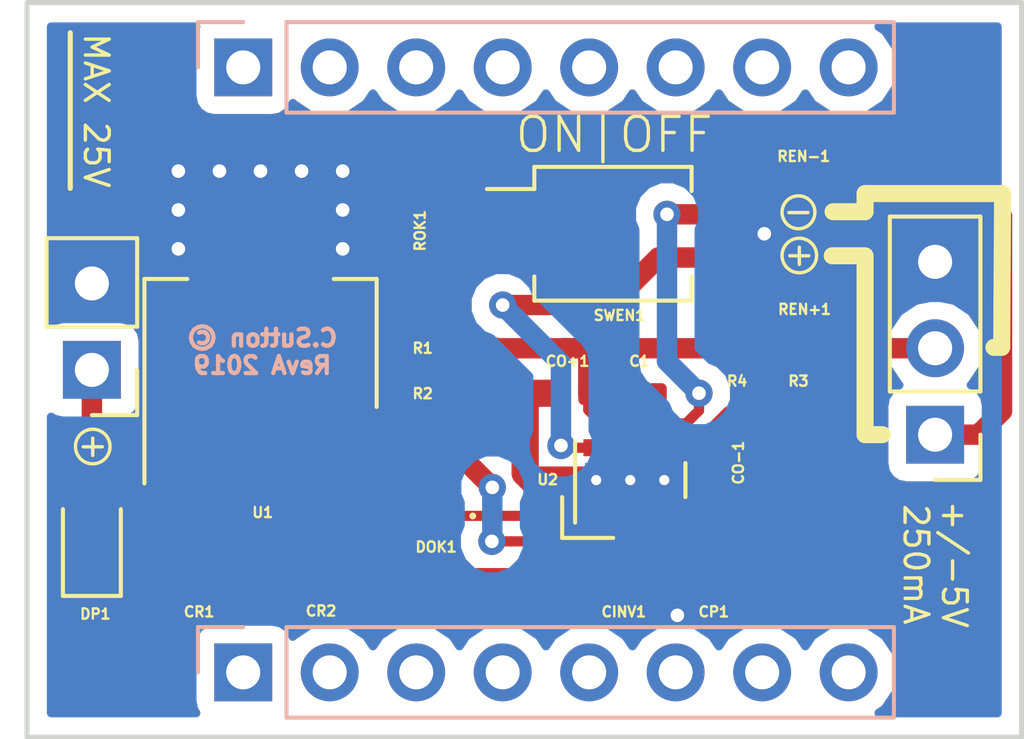
<source format=kicad_pcb>
(kicad_pcb (version 20171130) (host pcbnew "(5.0.0-3-g5ebb6b6)")

  (general
    (thickness 1.6)
    (drawings 25)
    (tracks 144)
    (zones 0)
    (modules 23)
    (nets 16)
  )

  (page A4)
  (layers
    (0 F.Cu signal)
    (31 B.Cu signal)
    (32 B.Adhes user)
    (33 F.Adhes user)
    (34 B.Paste user)
    (35 F.Paste user)
    (36 B.SilkS user)
    (37 F.SilkS user)
    (38 B.Mask user)
    (39 F.Mask user)
    (40 Dwgs.User user)
    (41 Cmts.User user)
    (42 Eco1.User user)
    (43 Eco2.User user)
    (44 Edge.Cuts user)
    (45 Margin user)
    (46 B.CrtYd user hide)
    (47 F.CrtYd user hide)
    (48 B.Fab user hide)
    (49 F.Fab user hide)
  )

  (setup
    (last_trace_width 0.6)
    (user_trace_width 0.2)
    (user_trace_width 0.3)
    (user_trace_width 0.4)
    (user_trace_width 0.5)
    (user_trace_width 0.6)
    (user_trace_width 0.8)
    (user_trace_width 1)
    (user_trace_width 2)
    (trace_clearance 0.2)
    (zone_clearance 0.508)
    (zone_45_only no)
    (trace_min 0.2)
    (segment_width 0.2)
    (edge_width 0.15)
    (via_size 0.8)
    (via_drill 0.4)
    (via_min_size 0.4)
    (via_min_drill 0.3)
    (uvia_size 0.3)
    (uvia_drill 0.1)
    (uvias_allowed no)
    (uvia_min_size 0.2)
    (uvia_min_drill 0.1)
    (pcb_text_width 0.3)
    (pcb_text_size 1.5 1.5)
    (mod_edge_width 0.15)
    (mod_text_size 0.3 0.3)
    (mod_text_width 0.07)
    (pad_size 6.49732 6.49732)
    (pad_drill 3.0988)
    (pad_to_mask_clearance 0.2)
    (aux_axis_origin 0 0)
    (visible_elements FFFFFF7F)
    (pcbplotparams
      (layerselection 0x010fc_ffffffff)
      (usegerberextensions false)
      (usegerberattributes false)
      (usegerberadvancedattributes false)
      (creategerberjobfile false)
      (excludeedgelayer true)
      (linewidth 0.100000)
      (plotframeref false)
      (viasonmask false)
      (mode 1)
      (useauxorigin false)
      (hpglpennumber 1)
      (hpglpenspeed 20)
      (hpglpendiameter 15.000000)
      (psnegative false)
      (psa4output false)
      (plotreference true)
      (plotvalue true)
      (plotinvisibletext false)
      (padsonsilk false)
      (subtractmaskfromsilk false)
      (outputformat 1)
      (mirror false)
      (drillshape 0)
      (scaleselection 1)
      (outputdirectory "docs/gerbers/"))
  )

  (net 0 "")
  (net 1 /GND)
  (net 2 "Net-(DP1-Pad2)")
  (net 3 "Net-(C1-Pad1)")
  (net 4 "Net-(C1-Pad2)")
  (net 5 /5VREG)
  (net 6 /OUTREG+)
  (net 7 /OUTREG-)
  (net 8 "Net-(CP1-Pad1)")
  (net 9 /9VIN)
  (net 10 /PGOOD)
  (net 11 "Net-(DOK1-Pad2)")
  (net 12 "Net-(R1-Pad1)")
  (net 13 "Net-(R3-Pad1)")
  (net 14 /EN+)
  (net 15 /EN-)

  (net_class Default "This is the default net class."
    (clearance 0.2)
    (trace_width 0.25)
    (via_dia 0.8)
    (via_drill 0.4)
    (uvia_dia 0.3)
    (uvia_drill 0.1)
    (add_net /5VREG)
    (add_net /9VIN)
    (add_net /EN+)
    (add_net /EN-)
    (add_net /GND)
    (add_net /OUTREG+)
    (add_net /OUTREG-)
    (add_net /PGOOD)
    (add_net "Net-(C1-Pad1)")
    (add_net "Net-(C1-Pad2)")
    (add_net "Net-(CP1-Pad1)")
    (add_net "Net-(DOK1-Pad2)")
    (add_net "Net-(DP1-Pad2)")
    (add_net "Net-(R1-Pad1)")
    (add_net "Net-(R3-Pad1)")
  )

  (module Connector_PinHeader_2.54mm:PinHeader_1x08_P2.54mm_Vertical (layer B.Cu) (tedit 5C79E4B4) (tstamp 5C7A01FD)
    (at 104.14 53.34 270)
    (descr "Through hole straight pin header, 1x08, 2.54mm pitch, single row")
    (tags "Through hole pin header THT 1x08 2.54mm single row")
    (path /5C2987BB)
    (fp_text reference J_MNT1 (at -1.651 11.7856 270) (layer B.SilkS) hide
      (effects (font (size 0.3 0.3) (thickness 0.07)) (justify mirror))
    )
    (fp_text value Conn_01x08 (at 0 -20.11 270) (layer B.Fab)
      (effects (font (size 0.5 0.5) (thickness 0.05)) (justify mirror))
    )
    (fp_line (start -0.635 1.27) (end 1.27 1.27) (layer B.Fab) (width 0.1))
    (fp_line (start 1.27 1.27) (end 1.27 -19.05) (layer B.Fab) (width 0.1))
    (fp_line (start 1.27 -19.05) (end -1.27 -19.05) (layer B.Fab) (width 0.1))
    (fp_line (start -1.27 -19.05) (end -1.27 0.635) (layer B.Fab) (width 0.1))
    (fp_line (start -1.27 0.635) (end -0.635 1.27) (layer B.Fab) (width 0.1))
    (fp_line (start -1.33 -19.11) (end 1.33 -19.11) (layer B.SilkS) (width 0.12))
    (fp_line (start -1.33 -1.27) (end -1.33 -19.11) (layer B.SilkS) (width 0.12))
    (fp_line (start 1.33 -1.27) (end 1.33 -19.11) (layer B.SilkS) (width 0.12))
    (fp_line (start -1.33 -1.27) (end 1.33 -1.27) (layer B.SilkS) (width 0.12))
    (fp_line (start -1.33 0) (end -1.33 1.33) (layer B.SilkS) (width 0.12))
    (fp_line (start -1.33 1.33) (end 0 1.33) (layer B.SilkS) (width 0.12))
    (fp_line (start -1.8 1.8) (end -1.8 -19.55) (layer B.CrtYd) (width 0.05))
    (fp_line (start -1.8 -19.55) (end 1.8 -19.55) (layer B.CrtYd) (width 0.05))
    (fp_line (start 1.8 -19.55) (end 1.8 1.8) (layer B.CrtYd) (width 0.05))
    (fp_line (start 1.8 1.8) (end -1.8 1.8) (layer B.CrtYd) (width 0.05))
    (fp_text user %R (at 0 -8.89 180) (layer B.Fab)
      (effects (font (size 0.5 0.5) (thickness 0.05)) (justify mirror))
    )
    (pad 1 thru_hole rect (at 0 0 270) (size 1.7 1.7) (drill 1) (layers *.Cu *.Mask))
    (pad 2 thru_hole oval (at 0 -2.54 270) (size 1.7 1.7) (drill 1) (layers *.Cu *.Mask))
    (pad 3 thru_hole oval (at 0 -5.08 270) (size 1.7 1.7) (drill 1) (layers *.Cu *.Mask))
    (pad 4 thru_hole oval (at 0 -7.62 270) (size 1.7 1.7) (drill 1) (layers *.Cu *.Mask))
    (pad 5 thru_hole oval (at 0 -10.16 270) (size 1.7 1.7) (drill 1) (layers *.Cu *.Mask))
    (pad 6 thru_hole oval (at 0 -12.7 270) (size 1.7 1.7) (drill 1) (layers *.Cu *.Mask))
    (pad 7 thru_hole oval (at 0 -15.24 270) (size 1.7 1.7) (drill 1) (layers *.Cu *.Mask))
    (pad 8 thru_hole oval (at 0 -17.78 270) (size 1.7 1.7) (drill 1) (layers *.Cu *.Mask))
    (model ${KISYS3DMOD}/Connector_PinHeader_2.54mm.3dshapes/PinHeader_1x08_P2.54mm_Vertical.wrl
      (at (xyz 0 0 0))
      (scale (xyz 1 1 1))
      (rotate (xyz 0 0 0))
    )
  )

  (module Connector_PinHeader_2.54mm:PinHeader_1x08_P2.54mm_Vertical (layer B.Cu) (tedit 5C79E4BA) (tstamp 5C3E9A32)
    (at 104.14 71.12 270)
    (descr "Through hole straight pin header, 1x08, 2.54mm pitch, single row")
    (tags "Through hole pin header THT 1x08 2.54mm single row")
    (path /5C2987F7)
    (fp_text reference J_MNT2 (at -3.0226 18.161 270) (layer B.SilkS) hide
      (effects (font (size 0.3 0.3) (thickness 0.07)) (justify mirror))
    )
    (fp_text value Conn_01x08 (at 0 -20.11 270) (layer B.Fab)
      (effects (font (size 0.5 0.5) (thickness 0.05)) (justify mirror))
    )
    (fp_text user %R (at 0 -8.89 180) (layer B.Fab)
      (effects (font (size 0.5 0.5) (thickness 0.05)) (justify mirror))
    )
    (fp_line (start 1.8 1.8) (end -1.8 1.8) (layer B.CrtYd) (width 0.05))
    (fp_line (start 1.8 -19.55) (end 1.8 1.8) (layer B.CrtYd) (width 0.05))
    (fp_line (start -1.8 -19.55) (end 1.8 -19.55) (layer B.CrtYd) (width 0.05))
    (fp_line (start -1.8 1.8) (end -1.8 -19.55) (layer B.CrtYd) (width 0.05))
    (fp_line (start -1.33 1.33) (end 0 1.33) (layer B.SilkS) (width 0.12))
    (fp_line (start -1.33 0) (end -1.33 1.33) (layer B.SilkS) (width 0.12))
    (fp_line (start -1.33 -1.27) (end 1.33 -1.27) (layer B.SilkS) (width 0.12))
    (fp_line (start 1.33 -1.27) (end 1.33 -19.11) (layer B.SilkS) (width 0.12))
    (fp_line (start -1.33 -1.27) (end -1.33 -19.11) (layer B.SilkS) (width 0.12))
    (fp_line (start -1.33 -19.11) (end 1.33 -19.11) (layer B.SilkS) (width 0.12))
    (fp_line (start -1.27 0.635) (end -0.635 1.27) (layer B.Fab) (width 0.1))
    (fp_line (start -1.27 -19.05) (end -1.27 0.635) (layer B.Fab) (width 0.1))
    (fp_line (start 1.27 -19.05) (end -1.27 -19.05) (layer B.Fab) (width 0.1))
    (fp_line (start 1.27 1.27) (end 1.27 -19.05) (layer B.Fab) (width 0.1))
    (fp_line (start -0.635 1.27) (end 1.27 1.27) (layer B.Fab) (width 0.1))
    (pad 8 thru_hole oval (at 0 -17.78 270) (size 1.7 1.7) (drill 1) (layers *.Cu *.Mask))
    (pad 7 thru_hole oval (at 0 -15.24 270) (size 1.7 1.7) (drill 1) (layers *.Cu *.Mask))
    (pad 6 thru_hole oval (at 0 -12.7 270) (size 1.7 1.7) (drill 1) (layers *.Cu *.Mask))
    (pad 5 thru_hole oval (at 0 -10.16 270) (size 1.7 1.7) (drill 1) (layers *.Cu *.Mask))
    (pad 4 thru_hole oval (at 0 -7.62 270) (size 1.7 1.7) (drill 1) (layers *.Cu *.Mask))
    (pad 3 thru_hole oval (at 0 -5.08 270) (size 1.7 1.7) (drill 1) (layers *.Cu *.Mask))
    (pad 2 thru_hole oval (at 0 -2.54 270) (size 1.7 1.7) (drill 1) (layers *.Cu *.Mask))
    (pad 1 thru_hole rect (at 0 0 270) (size 1.7 1.7) (drill 1) (layers *.Cu *.Mask))
    (model ${KISYS3DMOD}/Connector_PinHeader_2.54mm.3dshapes/PinHeader_1x08_P2.54mm_Vertical.wrl
      (at (xyz 0 0 0))
      (scale (xyz 1 1 1))
      (rotate (xyz 0 0 0))
    )
  )

  (module Connector_PinHeader_2.54mm:PinHeader_1x02_P2.54mm_Vertical (layer F.Cu) (tedit 5C79E4AE) (tstamp 5C85DA14)
    (at 99.695 62.23 180)
    (descr "Through hole straight pin header, 1x02, 2.54mm pitch, single row")
    (tags "Through hole pin header THT 1x02 2.54mm single row")
    (path /5C26D0F0)
    (fp_text reference J_IN2 (at 3.81 5.08 180) (layer F.SilkS) hide
      (effects (font (size 0.3 0.3) (thickness 0.07)))
    )
    (fp_text value Conn_01x02 (at 0 4.87 180) (layer F.Fab)
      (effects (font (size 1 1) (thickness 0.15)))
    )
    (fp_line (start -0.635 -1.27) (end 1.27 -1.27) (layer F.Fab) (width 0.1))
    (fp_line (start 1.27 -1.27) (end 1.27 3.81) (layer F.Fab) (width 0.1))
    (fp_line (start 1.27 3.81) (end -1.27 3.81) (layer F.Fab) (width 0.1))
    (fp_line (start -1.27 3.81) (end -1.27 -0.635) (layer F.Fab) (width 0.1))
    (fp_line (start -1.27 -0.635) (end -0.635 -1.27) (layer F.Fab) (width 0.1))
    (fp_line (start -1.33 3.87) (end 1.33 3.87) (layer F.SilkS) (width 0.12))
    (fp_line (start -1.33 1.27) (end -1.33 3.87) (layer F.SilkS) (width 0.12))
    (fp_line (start 1.33 1.27) (end 1.33 3.87) (layer F.SilkS) (width 0.12))
    (fp_line (start -1.33 1.27) (end 1.33 1.27) (layer F.SilkS) (width 0.12))
    (fp_line (start -1.33 0) (end -1.33 -1.33) (layer F.SilkS) (width 0.12))
    (fp_line (start -1.33 -1.33) (end 0 -1.33) (layer F.SilkS) (width 0.12))
    (fp_line (start -1.8 -1.8) (end -1.8 4.35) (layer F.CrtYd) (width 0.05))
    (fp_line (start -1.8 4.35) (end 1.8 4.35) (layer F.CrtYd) (width 0.05))
    (fp_line (start 1.8 4.35) (end 1.8 -1.8) (layer F.CrtYd) (width 0.05))
    (fp_line (start 1.8 -1.8) (end -1.8 -1.8) (layer F.CrtYd) (width 0.05))
    (fp_text user %R (at 0 1.27 270) (layer F.Fab)
      (effects (font (size 1 1) (thickness 0.15)))
    )
    (pad 1 thru_hole rect (at 0 0 180) (size 1.7 1.7) (drill 1) (layers *.Cu *.Mask)
      (net 2 "Net-(DP1-Pad2)"))
    (pad 2 thru_hole oval (at 0 2.54 180) (size 1.7 1.7) (drill 1) (layers *.Cu *.Mask)
      (net 1 /GND))
    (model ${KISYS3DMOD}/Connector_PinHeader_2.54mm.3dshapes/PinHeader_1x02_P2.54mm_Vertical.wrl
      (at (xyz 0 0 0))
      (scale (xyz 1 1 1))
      (rotate (xyz 0 0 0))
    )
  )

  (module Connector_PinHeader_2.54mm:PinHeader_1x03_P2.54mm_Vertical (layer F.Cu) (tedit 5C79E4BD) (tstamp 5C85DA29)
    (at 124.46 64.135 180)
    (descr "Through hole straight pin header, 1x03, 2.54mm pitch, single row")
    (tags "Through hole pin header THT 1x03 2.54mm single row")
    (path /5C26CE74)
    (fp_text reference J_OUT1 (at -7.62 1.27 180) (layer F.SilkS) hide
      (effects (font (size 0.3 0.3) (thickness 0.07)))
    )
    (fp_text value Conn_01x03 (at 0 7.41 180) (layer F.Fab)
      (effects (font (size 1 1) (thickness 0.15)))
    )
    (fp_line (start -0.635 -1.27) (end 1.27 -1.27) (layer F.Fab) (width 0.1))
    (fp_line (start 1.27 -1.27) (end 1.27 6.35) (layer F.Fab) (width 0.1))
    (fp_line (start 1.27 6.35) (end -1.27 6.35) (layer F.Fab) (width 0.1))
    (fp_line (start -1.27 6.35) (end -1.27 -0.635) (layer F.Fab) (width 0.1))
    (fp_line (start -1.27 -0.635) (end -0.635 -1.27) (layer F.Fab) (width 0.1))
    (fp_line (start -1.33 6.41) (end 1.33 6.41) (layer F.SilkS) (width 0.12))
    (fp_line (start -1.33 1.27) (end -1.33 6.41) (layer F.SilkS) (width 0.12))
    (fp_line (start 1.33 1.27) (end 1.33 6.41) (layer F.SilkS) (width 0.12))
    (fp_line (start -1.33 1.27) (end 1.33 1.27) (layer F.SilkS) (width 0.12))
    (fp_line (start -1.33 0) (end -1.33 -1.33) (layer F.SilkS) (width 0.12))
    (fp_line (start -1.33 -1.33) (end 0 -1.33) (layer F.SilkS) (width 0.12))
    (fp_line (start -1.8 -1.8) (end -1.8 6.85) (layer F.CrtYd) (width 0.05))
    (fp_line (start -1.8 6.85) (end 1.8 6.85) (layer F.CrtYd) (width 0.05))
    (fp_line (start 1.8 6.85) (end 1.8 -1.8) (layer F.CrtYd) (width 0.05))
    (fp_line (start 1.8 -1.8) (end -1.8 -1.8) (layer F.CrtYd) (width 0.05))
    (fp_text user %R (at 0 2.54 270) (layer F.Fab)
      (effects (font (size 1 1) (thickness 0.15)))
    )
    (pad 1 thru_hole rect (at 0 0 180) (size 1.7 1.7) (drill 1) (layers *.Cu *.Mask)
      (net 6 /OUTREG+))
    (pad 2 thru_hole oval (at 0 2.54 180) (size 1.7 1.7) (drill 1) (layers *.Cu *.Mask)
      (net 7 /OUTREG-))
    (pad 3 thru_hole oval (at 0 5.08 180) (size 1.7 1.7) (drill 1) (layers *.Cu *.Mask)
      (net 1 /GND))
    (model ${KISYS3DMOD}/Connector_PinHeader_2.54mm.3dshapes/PinHeader_1x03_P2.54mm_Vertical.wrl
      (at (xyz 0 0 0))
      (scale (xyz 1 1 1))
      (rotate (xyz 0 0 0))
    )
  )

  (module Button_Switch_SMD:SW_DIP_SPSTx02_Slide_Omron_A6H-2101_W6.15mm_P1.27mm (layer F.Cu) (tedit 5C79DACE) (tstamp 5C85DAE1)
    (at 114.9985 58.2295)
    (descr "SMD 2x-dip-switch SPST Omron_A6H-2101, Slide, row spacing 6.15 mm (242 mils), body size  (see https://www.omron.com/ecb/products/pdf/en-a6h.pdf)")
    (tags "SMD DIP Switch SPST Slide 6.15mm 242mil")
    (path /5C7CE9CD)
    (attr smd)
    (fp_text reference SWEN1 (at 0.1905 2.4003) (layer F.SilkS)
      (effects (font (size 0.3 0.3) (thickness 0.07)))
    )
    (fp_text value SW_DIP_x02 (at 0 2.965) (layer F.Fab)
      (effects (font (size 1 1) (thickness 0.15)))
    )
    (fp_line (start -1.25 -1.905) (end 2.25 -1.905) (layer F.Fab) (width 0.1))
    (fp_line (start 2.25 -1.905) (end 2.25 1.905) (layer F.Fab) (width 0.1))
    (fp_line (start 2.25 1.905) (end -2.25 1.905) (layer F.Fab) (width 0.1))
    (fp_line (start -2.25 1.905) (end -2.25 -0.905) (layer F.Fab) (width 0.1))
    (fp_line (start -2.25 -0.905) (end -1.25 -1.905) (layer F.Fab) (width 0.1))
    (fp_line (start -1.6 -0.885) (end -1.6 -0.385) (layer F.Fab) (width 0.1))
    (fp_line (start -1.6 -0.385) (end 1.6 -0.385) (layer F.Fab) (width 0.1))
    (fp_line (start 1.6 -0.385) (end 1.6 -0.885) (layer F.Fab) (width 0.1))
    (fp_line (start 1.6 -0.885) (end -1.6 -0.885) (layer F.Fab) (width 0.1))
    (fp_line (start -1.6 -0.785) (end -0.533333 -0.785) (layer F.Fab) (width 0.1))
    (fp_line (start -1.6 -0.685) (end -0.533333 -0.685) (layer F.Fab) (width 0.1))
    (fp_line (start -1.6 -0.585) (end -0.533333 -0.585) (layer F.Fab) (width 0.1))
    (fp_line (start -1.6 -0.485) (end -0.533333 -0.485) (layer F.Fab) (width 0.1))
    (fp_line (start -0.533333 -0.885) (end -0.533333 -0.385) (layer F.Fab) (width 0.1))
    (fp_line (start -1.6 0.385) (end -1.6 0.885) (layer F.Fab) (width 0.1))
    (fp_line (start -1.6 0.885) (end 1.6 0.885) (layer F.Fab) (width 0.1))
    (fp_line (start 1.6 0.885) (end 1.6 0.385) (layer F.Fab) (width 0.1))
    (fp_line (start 1.6 0.385) (end -1.6 0.385) (layer F.Fab) (width 0.1))
    (fp_line (start -1.6 0.485) (end -0.533333 0.485) (layer F.Fab) (width 0.1))
    (fp_line (start -1.6 0.585) (end -0.533333 0.585) (layer F.Fab) (width 0.1))
    (fp_line (start -1.6 0.685) (end -0.533333 0.685) (layer F.Fab) (width 0.1))
    (fp_line (start -1.6 0.785) (end -0.533333 0.785) (layer F.Fab) (width 0.1))
    (fp_line (start -0.533333 0.385) (end -0.533333 0.885) (layer F.Fab) (width 0.1))
    (fp_line (start -2.309 1.965) (end 2.31 1.965) (layer F.SilkS) (width 0.12))
    (fp_line (start -3.7 -1.315) (end -2.309 -1.315) (layer F.SilkS) (width 0.12))
    (fp_line (start -2.309 -1.965) (end -2.309 -1.315) (layer F.SilkS) (width 0.12))
    (fp_line (start -2.309 -1.965) (end 2.31 -1.965) (layer F.SilkS) (width 0.12))
    (fp_line (start 2.31 -1.965) (end 2.31 -1.255) (layer F.SilkS) (width 0.12))
    (fp_line (start -2.309 1.255) (end -2.309 1.965) (layer F.SilkS) (width 0.12))
    (fp_line (start 2.31 1.255) (end 2.31 1.965) (layer F.SilkS) (width 0.12))
    (fp_line (start -3.95 -2.25) (end -3.95 2.25) (layer F.CrtYd) (width 0.05))
    (fp_line (start -3.95 2.25) (end 3.95 2.25) (layer F.CrtYd) (width 0.05))
    (fp_line (start 3.95 2.25) (end 3.95 -2.25) (layer F.CrtYd) (width 0.05))
    (fp_line (start 3.95 -2.25) (end -3.95 -2.25) (layer F.CrtYd) (width 0.05))
    (fp_text user %R (at 1.925 0 90) (layer F.Fab)
      (effects (font (size 0.455 0.455) (thickness 0.06825)))
    )
    (fp_text user on (at 0.3875 -1.395) (layer F.Fab)
      (effects (font (size 0.455 0.455) (thickness 0.06825)))
    )
    (pad 1 smd rect (at -3.075 -0.635) (size 1.25 0.76) (layers F.Cu F.Paste F.Mask)
      (net 5 /5VREG))
    (pad 3 smd rect (at 3.075 0.635) (size 1.25 0.76) (layers F.Cu F.Paste F.Mask)
      (net 14 /EN+))
    (pad 2 smd rect (at -3.075 0.635) (size 1.25 0.76) (layers F.Cu F.Paste F.Mask)
      (net 5 /5VREG))
    (pad 4 smd rect (at 3.075 -0.635) (size 1.25 0.76) (layers F.Cu F.Paste F.Mask)
      (net 15 /EN-))
    (model ${KIPRJMOD}/libs/3D/a6h-2101.stp
      (at (xyz 0 0 0))
      (scale (xyz 1 1 1))
      (rotate (xyz -90 0 90))
    )
  )

  (module Package_TO_SOT_SMD:SOT-223-3_TabPin2 (layer F.Cu) (tedit 5A02FF57) (tstamp 5C85DAF7)
    (at 104.648 61.468 90)
    (descr "module CMS SOT223 4 pins")
    (tags "CMS SOT")
    (path /5C79B2A3)
    (attr smd)
    (fp_text reference U1 (at -4.953 0.0635 180) (layer F.SilkS)
      (effects (font (size 0.3 0.3) (thickness 0.07)))
    )
    (fp_text value uA7805 (at 0 4.5 90) (layer F.Fab)
      (effects (font (size 1 1) (thickness 0.15)))
    )
    (fp_text user %R (at 0 0 180) (layer F.Fab)
      (effects (font (size 0.8 0.8) (thickness 0.12)))
    )
    (fp_line (start 1.91 3.41) (end 1.91 2.15) (layer F.SilkS) (width 0.12))
    (fp_line (start 1.91 -3.41) (end 1.91 -2.15) (layer F.SilkS) (width 0.12))
    (fp_line (start 4.4 -3.6) (end -4.4 -3.6) (layer F.CrtYd) (width 0.05))
    (fp_line (start 4.4 3.6) (end 4.4 -3.6) (layer F.CrtYd) (width 0.05))
    (fp_line (start -4.4 3.6) (end 4.4 3.6) (layer F.CrtYd) (width 0.05))
    (fp_line (start -4.4 -3.6) (end -4.4 3.6) (layer F.CrtYd) (width 0.05))
    (fp_line (start -1.85 -2.35) (end -0.85 -3.35) (layer F.Fab) (width 0.1))
    (fp_line (start -1.85 -2.35) (end -1.85 3.35) (layer F.Fab) (width 0.1))
    (fp_line (start -1.85 3.41) (end 1.91 3.41) (layer F.SilkS) (width 0.12))
    (fp_line (start -0.85 -3.35) (end 1.85 -3.35) (layer F.Fab) (width 0.1))
    (fp_line (start -4.1 -3.41) (end 1.91 -3.41) (layer F.SilkS) (width 0.12))
    (fp_line (start -1.85 3.35) (end 1.85 3.35) (layer F.Fab) (width 0.1))
    (fp_line (start 1.85 -3.35) (end 1.85 3.35) (layer F.Fab) (width 0.1))
    (pad 2 smd rect (at 3.15 0 90) (size 2 3.8) (layers F.Cu F.Paste F.Mask)
      (net 1 /GND))
    (pad 2 smd rect (at -3.15 0 90) (size 2 1.5) (layers F.Cu F.Paste F.Mask)
      (net 1 /GND))
    (pad 3 smd rect (at -3.15 2.3 90) (size 2 1.5) (layers F.Cu F.Paste F.Mask)
      (net 5 /5VREG))
    (pad 1 smd rect (at -3.15 -2.3 90) (size 2 1.5) (layers F.Cu F.Paste F.Mask)
      (net 9 /9VIN))
    (model ${KISYS3DMOD}/Package_TO_SOT_SMD.3dshapes/SOT-223.wrl
      (at (xyz 0 0 0))
      (scale (xyz 1 1 1))
      (rotate (xyz 0 0 0))
    )
  )

  (module Package_SON:WSON-12-1EP_3x2mm_P0.5mm_EP1x2.65_ThermalVias (layer F.Cu) (tedit 5A65F4F1) (tstamp 5C85DB1C)
    (at 115.5065 65.4685 90)
    (descr "WSON-12 http://www.ti.com/lit/ds/symlink/lm27762.pdf")
    (tags WSON-12)
    (path /5C79B1C4)
    (attr smd)
    (fp_text reference U2 (at 0.0127 -2.4257 180) (layer F.SilkS)
      (effects (font (size 0.3 0.3) (thickness 0.07)))
    )
    (fp_text value LM27762 (at 0 2.921 90) (layer F.Fab)
      (effects (font (size 1 1) (thickness 0.15)))
    )
    (fp_line (start -1.7 -0.5) (end -1.7 -2) (layer F.SilkS) (width 0.12))
    (fp_line (start -1.7 -2) (end -0.5 -2) (layer F.SilkS) (width 0.12))
    (fp_line (start -1 -1) (end -0.5 -1.5) (layer F.Fab) (width 0.1))
    (fp_line (start -1.45 -1.75) (end 1.45 -1.75) (layer F.CrtYd) (width 0.05))
    (fp_line (start 1.45 -1.75) (end 1.45 1.75) (layer F.CrtYd) (width 0.05))
    (fp_line (start 1.45 1.75) (end -1.45 1.75) (layer F.CrtYd) (width 0.05))
    (fp_line (start -1.45 1.75) (end -1.45 -1.75) (layer F.CrtYd) (width 0.05))
    (fp_text user %R (at 0 -0.25 180) (layer F.Fab)
      (effects (font (size 0.5 0.5) (thickness 0.05)))
    )
    (fp_line (start 0.5 1.62) (end -0.5 1.62) (layer F.SilkS) (width 0.12))
    (fp_line (start -1.25 -1.62) (end 1.12 -1.62) (layer F.SilkS) (width 0.12))
    (fp_line (start -0.5 -1.5) (end 1 -1.5) (layer F.Fab) (width 0.1))
    (fp_line (start 1 -1.5) (end 1 1.5) (layer F.Fab) (width 0.1))
    (fp_line (start 1 1.5) (end -1 1.5) (layer F.Fab) (width 0.1))
    (fp_line (start -1 1.5) (end -1 -1) (layer F.Fab) (width 0.1))
    (pad 1 smd rect (at -0.95 -1.25 90) (size 0.5 0.25) (layers F.Cu F.Paste F.Mask)
      (net 10 /PGOOD))
    (pad 2 smd rect (at -0.95 -0.75 90) (size 0.5 0.25) (layers F.Cu F.Paste F.Mask)
      (net 12 "Net-(R1-Pad1)"))
    (pad 3 smd rect (at -0.95 -0.25 90) (size 0.5 0.25) (layers F.Cu F.Paste F.Mask)
      (net 5 /5VREG))
    (pad 4 smd rect (at -0.95 0.25 90) (size 0.5 0.25) (layers F.Cu F.Paste F.Mask)
      (net 1 /GND))
    (pad 5 smd rect (at -0.95 0.75 90) (size 0.5 0.25) (layers F.Cu F.Paste F.Mask)
      (net 8 "Net-(CP1-Pad1)"))
    (pad 6 smd rect (at -0.95 1.25 90) (size 0.5 0.25) (layers F.Cu F.Paste F.Mask)
      (net 7 /OUTREG-))
    (pad 7 smd rect (at 0.95 1.25 90) (size 0.5 0.25) (layers F.Cu F.Paste F.Mask)
      (net 13 "Net-(R3-Pad1)"))
    (pad 8 smd rect (at 0.95 0.75 90) (size 0.5 0.25) (layers F.Cu F.Paste F.Mask)
      (net 15 /EN-))
    (pad 9 smd rect (at 0.95 0.25 90) (size 0.5 0.25) (layers F.Cu F.Paste F.Mask)
      (net 3 "Net-(C1-Pad1)"))
    (pad 10 smd rect (at 0.95 -0.25 90) (size 0.5 0.25) (layers F.Cu F.Paste F.Mask)
      (net 4 "Net-(C1-Pad2)"))
    (pad 11 smd rect (at 0.95 -0.75 90) (size 0.5 0.25) (layers F.Cu F.Paste F.Mask)
      (net 6 /OUTREG+))
    (pad 12 smd rect (at 0.95 -1.25 90) (size 0.5 0.25) (layers F.Cu F.Paste F.Mask)
      (net 14 /EN+))
    (pad 13 thru_hole circle (at 0 0 90) (size 0.6 0.6) (drill 0.3) (layers *.Cu)
      (net 1 /GND))
    (pad 13 thru_hole circle (at 0 -1 180) (size 0.6 0.6) (drill 0.3) (layers *.Cu)
      (net 1 /GND))
    (pad 13 thru_hole circle (at 0 1 90) (size 0.6 0.6) (drill 0.3) (layers *.Cu)
      (net 1 /GND))
    (pad 13 smd rect (at 0 0 90) (size 1 2.65) (layers B.Cu)
      (net 1 /GND))
    (pad 13 smd rect (at 0 0 90) (size 1 2.65) (layers F.Cu F.Mask)
      (net 1 /GND))
    (pad "" smd rect (at 0 -0.5 90) (size 0.95 0.8) (layers F.Paste))
    (pad "" smd rect (at 0 0.5 90) (size 0.95 0.8) (layers F.Paste))
    (model "${KIPRJMOD}/libs/3D/User Library-WSON12.STEP"
      (at (xyz 0 0 0))
      (scale (xyz 1 1 1))
      (rotate (xyz -90 0 90))
    )
  )

  (module Capacitor_SMD:C_0402_1005Metric (layer F.Cu) (tedit 5B301BBE) (tstamp 5C85E53B)
    (at 115.7986 62.9412 180)
    (descr "Capacitor SMD 0402 (1005 Metric), square (rectangular) end terminal, IPC_7351 nominal, (Body size source: http://www.tortai-tech.com/upload/download/2011102023233369053.pdf), generated with kicad-footprint-generator")
    (tags capacitor)
    (path /5C79BD24)
    (attr smd)
    (fp_text reference C1 (at 0.0254 0.9652 180) (layer F.SilkS)
      (effects (font (size 0.3 0.3) (thickness 0.07)))
    )
    (fp_text value 1u (at 0 1.17 180) (layer F.Fab)
      (effects (font (size 1 1) (thickness 0.15)))
    )
    (fp_line (start -0.5 0.25) (end -0.5 -0.25) (layer F.Fab) (width 0.1))
    (fp_line (start -0.5 -0.25) (end 0.5 -0.25) (layer F.Fab) (width 0.1))
    (fp_line (start 0.5 -0.25) (end 0.5 0.25) (layer F.Fab) (width 0.1))
    (fp_line (start 0.5 0.25) (end -0.5 0.25) (layer F.Fab) (width 0.1))
    (fp_line (start -0.93 0.47) (end -0.93 -0.47) (layer F.CrtYd) (width 0.05))
    (fp_line (start -0.93 -0.47) (end 0.93 -0.47) (layer F.CrtYd) (width 0.05))
    (fp_line (start 0.93 -0.47) (end 0.93 0.47) (layer F.CrtYd) (width 0.05))
    (fp_line (start 0.93 0.47) (end -0.93 0.47) (layer F.CrtYd) (width 0.05))
    (fp_text user %R (at 0 0 180) (layer F.Fab)
      (effects (font (size 0.25 0.25) (thickness 0.04)))
    )
    (pad 1 smd roundrect (at -0.485 0 180) (size 0.59 0.64) (layers F.Cu F.Paste F.Mask) (roundrect_rratio 0.25)
      (net 3 "Net-(C1-Pad1)"))
    (pad 2 smd roundrect (at 0.485 0 180) (size 0.59 0.64) (layers F.Cu F.Paste F.Mask) (roundrect_rratio 0.25)
      (net 4 "Net-(C1-Pad2)"))
    (model ${KISYS3DMOD}/Capacitor_SMD.3dshapes/C_0402_1005Metric.wrl
      (at (xyz 0 0 0))
      (scale (xyz 1 1 1))
      (rotate (xyz 0 0 0))
    )
  )

  (module Capacitor_SMD:C_0402_1005Metric (layer F.Cu) (tedit 5B301BBE) (tstamp 5C85E549)
    (at 115.2525 68.453)
    (descr "Capacitor SMD 0402 (1005 Metric), square (rectangular) end terminal, IPC_7351 nominal, (Body size source: http://www.tortai-tech.com/upload/download/2011102023233369053.pdf), generated with kicad-footprint-generator")
    (tags capacitor)
    (path /5C7B8EAB)
    (attr smd)
    (fp_text reference CINV1 (at 0.0635 0.889) (layer F.SilkS)
      (effects (font (size 0.3 0.3) (thickness 0.07)))
    )
    (fp_text value 1u (at 0 1.17) (layer F.Fab)
      (effects (font (size 1 1) (thickness 0.15)))
    )
    (fp_line (start -0.5 0.25) (end -0.5 -0.25) (layer F.Fab) (width 0.1))
    (fp_line (start -0.5 -0.25) (end 0.5 -0.25) (layer F.Fab) (width 0.1))
    (fp_line (start 0.5 -0.25) (end 0.5 0.25) (layer F.Fab) (width 0.1))
    (fp_line (start 0.5 0.25) (end -0.5 0.25) (layer F.Fab) (width 0.1))
    (fp_line (start -0.93 0.47) (end -0.93 -0.47) (layer F.CrtYd) (width 0.05))
    (fp_line (start -0.93 -0.47) (end 0.93 -0.47) (layer F.CrtYd) (width 0.05))
    (fp_line (start 0.93 -0.47) (end 0.93 0.47) (layer F.CrtYd) (width 0.05))
    (fp_line (start 0.93 0.47) (end -0.93 0.47) (layer F.CrtYd) (width 0.05))
    (fp_text user %R (at 0 0) (layer F.Fab)
      (effects (font (size 0.25 0.25) (thickness 0.04)))
    )
    (pad 1 smd roundrect (at -0.485 0) (size 0.59 0.64) (layers F.Cu F.Paste F.Mask) (roundrect_rratio 0.25)
      (net 5 /5VREG))
    (pad 2 smd roundrect (at 0.485 0) (size 0.59 0.64) (layers F.Cu F.Paste F.Mask) (roundrect_rratio 0.25)
      (net 1 /GND))
    (model ${KISYS3DMOD}/Capacitor_SMD.3dshapes/C_0402_1005Metric.wrl
      (at (xyz 0 0 0))
      (scale (xyz 1 1 1))
      (rotate (xyz 0 0 0))
    )
  )

  (module Capacitor_SMD:C_0402_1005Metric (layer F.Cu) (tedit 5B301BBE) (tstamp 5C85E573)
    (at 117.4115 68.453 180)
    (descr "Capacitor SMD 0402 (1005 Metric), square (rectangular) end terminal, IPC_7351 nominal, (Body size source: http://www.tortai-tech.com/upload/download/2011102023233369053.pdf), generated with kicad-footprint-generator")
    (tags capacitor)
    (path /5C79C0FA)
    (attr smd)
    (fp_text reference CP1 (at -0.5461 -0.889) (layer F.SilkS)
      (effects (font (size 0.3 0.3) (thickness 0.07)))
    )
    (fp_text value 4.7u (at 0 1.17 180) (layer F.Fab)
      (effects (font (size 1 1) (thickness 0.15)))
    )
    (fp_text user %R (at 0 0 180) (layer F.Fab)
      (effects (font (size 0.25 0.25) (thickness 0.04)))
    )
    (fp_line (start 0.93 0.47) (end -0.93 0.47) (layer F.CrtYd) (width 0.05))
    (fp_line (start 0.93 -0.47) (end 0.93 0.47) (layer F.CrtYd) (width 0.05))
    (fp_line (start -0.93 -0.47) (end 0.93 -0.47) (layer F.CrtYd) (width 0.05))
    (fp_line (start -0.93 0.47) (end -0.93 -0.47) (layer F.CrtYd) (width 0.05))
    (fp_line (start 0.5 0.25) (end -0.5 0.25) (layer F.Fab) (width 0.1))
    (fp_line (start 0.5 -0.25) (end 0.5 0.25) (layer F.Fab) (width 0.1))
    (fp_line (start -0.5 -0.25) (end 0.5 -0.25) (layer F.Fab) (width 0.1))
    (fp_line (start -0.5 0.25) (end -0.5 -0.25) (layer F.Fab) (width 0.1))
    (pad 2 smd roundrect (at 0.485 0 180) (size 0.59 0.64) (layers F.Cu F.Paste F.Mask) (roundrect_rratio 0.25)
      (net 1 /GND))
    (pad 1 smd roundrect (at -0.485 0 180) (size 0.59 0.64) (layers F.Cu F.Paste F.Mask) (roundrect_rratio 0.25)
      (net 8 "Net-(CP1-Pad1)"))
    (model ${KISYS3DMOD}/Capacitor_SMD.3dshapes/C_0402_1005Metric.wrl
      (at (xyz 0 0 0))
      (scale (xyz 1 1 1))
      (rotate (xyz 0 0 0))
    )
  )

  (module Capacitor_SMD:C_0402_1005Metric (layer F.Cu) (tedit 5B301BBE) (tstamp 5C85E581)
    (at 102.87 68.453)
    (descr "Capacitor SMD 0402 (1005 Metric), square (rectangular) end terminal, IPC_7351 nominal, (Body size source: http://www.tortai-tech.com/upload/download/2011102023233369053.pdf), generated with kicad-footprint-generator")
    (tags capacitor)
    (path /5C7B4413)
    (attr smd)
    (fp_text reference CR1 (at -0.0254 0.889) (layer F.SilkS)
      (effects (font (size 0.3 0.3) (thickness 0.07)))
    )
    (fp_text value C (at 0 1.17) (layer F.Fab)
      (effects (font (size 1 1) (thickness 0.15)))
    )
    (fp_text user %R (at 0 0) (layer F.Fab)
      (effects (font (size 0.25 0.25) (thickness 0.04)))
    )
    (fp_line (start 0.93 0.47) (end -0.93 0.47) (layer F.CrtYd) (width 0.05))
    (fp_line (start 0.93 -0.47) (end 0.93 0.47) (layer F.CrtYd) (width 0.05))
    (fp_line (start -0.93 -0.47) (end 0.93 -0.47) (layer F.CrtYd) (width 0.05))
    (fp_line (start -0.93 0.47) (end -0.93 -0.47) (layer F.CrtYd) (width 0.05))
    (fp_line (start 0.5 0.25) (end -0.5 0.25) (layer F.Fab) (width 0.1))
    (fp_line (start 0.5 -0.25) (end 0.5 0.25) (layer F.Fab) (width 0.1))
    (fp_line (start -0.5 -0.25) (end 0.5 -0.25) (layer F.Fab) (width 0.1))
    (fp_line (start -0.5 0.25) (end -0.5 -0.25) (layer F.Fab) (width 0.1))
    (pad 2 smd roundrect (at 0.485 0) (size 0.59 0.64) (layers F.Cu F.Paste F.Mask) (roundrect_rratio 0.25)
      (net 1 /GND))
    (pad 1 smd roundrect (at -0.485 0) (size 0.59 0.64) (layers F.Cu F.Paste F.Mask) (roundrect_rratio 0.25)
      (net 9 /9VIN))
    (model ${KISYS3DMOD}/Capacitor_SMD.3dshapes/C_0402_1005Metric.wrl
      (at (xyz 0 0 0))
      (scale (xyz 1 1 1))
      (rotate (xyz 0 0 0))
    )
  )

  (module Capacitor_SMD:C_0402_1005Metric (layer F.Cu) (tedit 5B301BBE) (tstamp 5C85E58F)
    (at 106.4895 68.453 180)
    (descr "Capacitor SMD 0402 (1005 Metric), square (rectangular) end terminal, IPC_7351 nominal, (Body size source: http://www.tortai-tech.com/upload/download/2011102023233369053.pdf), generated with kicad-footprint-generator")
    (tags capacitor)
    (path /5C7B43D0)
    (attr smd)
    (fp_text reference CR2 (at 0.0635 -0.8636 180) (layer F.SilkS)
      (effects (font (size 0.3 0.3) (thickness 0.07)))
    )
    (fp_text value 100n (at 0 1.17 180) (layer F.Fab)
      (effects (font (size 1 1) (thickness 0.15)))
    )
    (fp_line (start -0.5 0.25) (end -0.5 -0.25) (layer F.Fab) (width 0.1))
    (fp_line (start -0.5 -0.25) (end 0.5 -0.25) (layer F.Fab) (width 0.1))
    (fp_line (start 0.5 -0.25) (end 0.5 0.25) (layer F.Fab) (width 0.1))
    (fp_line (start 0.5 0.25) (end -0.5 0.25) (layer F.Fab) (width 0.1))
    (fp_line (start -0.93 0.47) (end -0.93 -0.47) (layer F.CrtYd) (width 0.05))
    (fp_line (start -0.93 -0.47) (end 0.93 -0.47) (layer F.CrtYd) (width 0.05))
    (fp_line (start 0.93 -0.47) (end 0.93 0.47) (layer F.CrtYd) (width 0.05))
    (fp_line (start 0.93 0.47) (end -0.93 0.47) (layer F.CrtYd) (width 0.05))
    (fp_text user %R (at 0 0 180) (layer F.Fab)
      (effects (font (size 0.25 0.25) (thickness 0.04)))
    )
    (pad 1 smd roundrect (at -0.485 0 180) (size 0.59 0.64) (layers F.Cu F.Paste F.Mask) (roundrect_rratio 0.25)
      (net 5 /5VREG))
    (pad 2 smd roundrect (at 0.485 0 180) (size 0.59 0.64) (layers F.Cu F.Paste F.Mask) (roundrect_rratio 0.25)
      (net 1 /GND))
    (model ${KISYS3DMOD}/Capacitor_SMD.3dshapes/C_0402_1005Metric.wrl
      (at (xyz 0 0 0))
      (scale (xyz 1 1 1))
      (rotate (xyz 0 0 0))
    )
  )

  (module LED_SMD:LED_0402_1005Metric (layer F.Cu) (tedit 5B301BBE) (tstamp 5C85E59D)
    (at 109.7915 66.5226 180)
    (descr "LED SMD 0402 (1005 Metric), square (rectangular) end terminal, IPC_7351 nominal, (Body size source: http://www.tortai-tech.com/upload/download/2011102023233369053.pdf), generated with kicad-footprint-generator")
    (tags LED)
    (path /5C7F0553)
    (attr smd)
    (fp_text reference DOK1 (at -0.0127 -0.9144 180) (layer F.SilkS)
      (effects (font (size 0.3 0.3) (thickness 0.07)))
    )
    (fp_text value LED (at 0 1.17 180) (layer F.Fab)
      (effects (font (size 1 1) (thickness 0.15)))
    )
    (fp_circle (center -1.09 0) (end -1.04 0) (layer F.SilkS) (width 0.1))
    (fp_line (start -0.5 0.25) (end -0.5 -0.25) (layer F.Fab) (width 0.1))
    (fp_line (start -0.5 -0.25) (end 0.5 -0.25) (layer F.Fab) (width 0.1))
    (fp_line (start 0.5 -0.25) (end 0.5 0.25) (layer F.Fab) (width 0.1))
    (fp_line (start 0.5 0.25) (end -0.5 0.25) (layer F.Fab) (width 0.1))
    (fp_line (start -0.4 0.25) (end -0.4 -0.25) (layer F.Fab) (width 0.1))
    (fp_line (start -0.3 0.25) (end -0.3 -0.25) (layer F.Fab) (width 0.1))
    (fp_line (start -0.93 0.47) (end -0.93 -0.47) (layer F.CrtYd) (width 0.05))
    (fp_line (start -0.93 -0.47) (end 0.93 -0.47) (layer F.CrtYd) (width 0.05))
    (fp_line (start 0.93 -0.47) (end 0.93 0.47) (layer F.CrtYd) (width 0.05))
    (fp_line (start 0.93 0.47) (end -0.93 0.47) (layer F.CrtYd) (width 0.05))
    (fp_text user %R (at 0 0 180) (layer F.Fab)
      (effects (font (size 0.25 0.25) (thickness 0.04)))
    )
    (pad 1 smd roundrect (at -0.485 0 180) (size 0.59 0.64) (layers F.Cu F.Paste F.Mask) (roundrect_rratio 0.25)
      (net 10 /PGOOD))
    (pad 2 smd roundrect (at 0.485 0 180) (size 0.59 0.64) (layers F.Cu F.Paste F.Mask) (roundrect_rratio 0.25)
      (net 11 "Net-(DOK1-Pad2)"))
    (model ${KISYS3DMOD}/LED_SMD.3dshapes/LED_0402_1005Metric.wrl
      (at (xyz 0 0 0))
      (scale (xyz 1 1 1))
      (rotate (xyz 0 0 0))
    )
  )

  (module Resistor_SMD:R_0402_1005Metric (layer F.Cu) (tedit 5B301BBD) (tstamp 5C85E5C5)
    (at 110.9345 61.595)
    (descr "Resistor SMD 0402 (1005 Metric), square (rectangular) end terminal, IPC_7351 nominal, (Body size source: http://www.tortai-tech.com/upload/download/2011102023233369053.pdf), generated with kicad-footprint-generator")
    (tags resistor)
    (path /5C79CBA7)
    (attr smd)
    (fp_text reference R1 (at -1.524 0) (layer F.SilkS)
      (effects (font (size 0.3 0.3) (thickness 0.07)))
    )
    (fp_text value 150K (at 0 1.17) (layer F.Fab)
      (effects (font (size 1 1) (thickness 0.15)))
    )
    (fp_text user %R (at 0 0) (layer F.Fab)
      (effects (font (size 0.25 0.25) (thickness 0.04)))
    )
    (fp_line (start 0.93 0.47) (end -0.93 0.47) (layer F.CrtYd) (width 0.05))
    (fp_line (start 0.93 -0.47) (end 0.93 0.47) (layer F.CrtYd) (width 0.05))
    (fp_line (start -0.93 -0.47) (end 0.93 -0.47) (layer F.CrtYd) (width 0.05))
    (fp_line (start -0.93 0.47) (end -0.93 -0.47) (layer F.CrtYd) (width 0.05))
    (fp_line (start 0.5 0.25) (end -0.5 0.25) (layer F.Fab) (width 0.1))
    (fp_line (start 0.5 -0.25) (end 0.5 0.25) (layer F.Fab) (width 0.1))
    (fp_line (start -0.5 -0.25) (end 0.5 -0.25) (layer F.Fab) (width 0.1))
    (fp_line (start -0.5 0.25) (end -0.5 -0.25) (layer F.Fab) (width 0.1))
    (pad 2 smd roundrect (at 0.485 0) (size 0.59 0.64) (layers F.Cu F.Paste F.Mask) (roundrect_rratio 0.25)
      (net 6 /OUTREG+))
    (pad 1 smd roundrect (at -0.485 0) (size 0.59 0.64) (layers F.Cu F.Paste F.Mask) (roundrect_rratio 0.25)
      (net 12 "Net-(R1-Pad1)"))
    (model ${KISYS3DMOD}/Resistor_SMD.3dshapes/R_0402_1005Metric.wrl
      (at (xyz 0 0 0))
      (scale (xyz 1 1 1))
      (rotate (xyz 0 0 0))
    )
  )

  (module Resistor_SMD:R_0402_1005Metric (layer F.Cu) (tedit 5B301BBD) (tstamp 5C85E5D3)
    (at 110.9345 62.9285 180)
    (descr "Resistor SMD 0402 (1005 Metric), square (rectangular) end terminal, IPC_7351 nominal, (Body size source: http://www.tortai-tech.com/upload/download/2011102023233369053.pdf), generated with kicad-footprint-generator")
    (tags resistor)
    (path /5C79D543)
    (attr smd)
    (fp_text reference R2 (at 1.524 0 180) (layer F.SilkS)
      (effects (font (size 0.3 0.3) (thickness 0.07)))
    )
    (fp_text value 50K (at 0 1.17 180) (layer F.Fab)
      (effects (font (size 1 1) (thickness 0.15)))
    )
    (fp_text user %R (at 0 0 180) (layer F.Fab)
      (effects (font (size 0.25 0.25) (thickness 0.04)))
    )
    (fp_line (start 0.93 0.47) (end -0.93 0.47) (layer F.CrtYd) (width 0.05))
    (fp_line (start 0.93 -0.47) (end 0.93 0.47) (layer F.CrtYd) (width 0.05))
    (fp_line (start -0.93 -0.47) (end 0.93 -0.47) (layer F.CrtYd) (width 0.05))
    (fp_line (start -0.93 0.47) (end -0.93 -0.47) (layer F.CrtYd) (width 0.05))
    (fp_line (start 0.5 0.25) (end -0.5 0.25) (layer F.Fab) (width 0.1))
    (fp_line (start 0.5 -0.25) (end 0.5 0.25) (layer F.Fab) (width 0.1))
    (fp_line (start -0.5 -0.25) (end 0.5 -0.25) (layer F.Fab) (width 0.1))
    (fp_line (start -0.5 0.25) (end -0.5 -0.25) (layer F.Fab) (width 0.1))
    (pad 2 smd roundrect (at 0.485 0 180) (size 0.59 0.64) (layers F.Cu F.Paste F.Mask) (roundrect_rratio 0.25)
      (net 12 "Net-(R1-Pad1)"))
    (pad 1 smd roundrect (at -0.485 0 180) (size 0.59 0.64) (layers F.Cu F.Paste F.Mask) (roundrect_rratio 0.25)
      (net 1 /GND))
    (model ${KISYS3DMOD}/Resistor_SMD.3dshapes/R_0402_1005Metric.wrl
      (at (xyz 0 0 0))
      (scale (xyz 1 1 1))
      (rotate (xyz 0 0 0))
    )
  )

  (module Resistor_SMD:R_0402_1005Metric (layer F.Cu) (tedit 5B301BBD) (tstamp 5C85E5E1)
    (at 120.523 63.9445 270)
    (descr "Resistor SMD 0402 (1005 Metric), square (rectangular) end terminal, IPC_7351 nominal, (Body size source: http://www.tortai-tech.com/upload/download/2011102023233369053.pdf), generated with kicad-footprint-generator")
    (tags resistor)
    (path /5C79C60C)
    (attr smd)
    (fp_text reference R3 (at -1.3843 0.0762) (layer F.SilkS)
      (effects (font (size 0.3 0.3) (thickness 0.07)))
    )
    (fp_text value 150K (at 0 1.17 270) (layer F.Fab)
      (effects (font (size 1 1) (thickness 0.15)))
    )
    (fp_line (start -0.5 0.25) (end -0.5 -0.25) (layer F.Fab) (width 0.1))
    (fp_line (start -0.5 -0.25) (end 0.5 -0.25) (layer F.Fab) (width 0.1))
    (fp_line (start 0.5 -0.25) (end 0.5 0.25) (layer F.Fab) (width 0.1))
    (fp_line (start 0.5 0.25) (end -0.5 0.25) (layer F.Fab) (width 0.1))
    (fp_line (start -0.93 0.47) (end -0.93 -0.47) (layer F.CrtYd) (width 0.05))
    (fp_line (start -0.93 -0.47) (end 0.93 -0.47) (layer F.CrtYd) (width 0.05))
    (fp_line (start 0.93 -0.47) (end 0.93 0.47) (layer F.CrtYd) (width 0.05))
    (fp_line (start 0.93 0.47) (end -0.93 0.47) (layer F.CrtYd) (width 0.05))
    (fp_text user %R (at 0 0 270) (layer F.Fab)
      (effects (font (size 0.25 0.25) (thickness 0.04)))
    )
    (pad 1 smd roundrect (at -0.485 0 270) (size 0.59 0.64) (layers F.Cu F.Paste F.Mask) (roundrect_rratio 0.25)
      (net 13 "Net-(R3-Pad1)"))
    (pad 2 smd roundrect (at 0.485 0 270) (size 0.59 0.64) (layers F.Cu F.Paste F.Mask) (roundrect_rratio 0.25)
      (net 7 /OUTREG-))
    (model ${KISYS3DMOD}/Resistor_SMD.3dshapes/R_0402_1005Metric.wrl
      (at (xyz 0 0 0))
      (scale (xyz 1 1 1))
      (rotate (xyz 0 0 0))
    )
  )

  (module Resistor_SMD:R_0402_1005Metric (layer F.Cu) (tedit 5B301BBD) (tstamp 5C85E5EF)
    (at 118.6815 63.9445 90)
    (descr "Resistor SMD 0402 (1005 Metric), square (rectangular) end terminal, IPC_7351 nominal, (Body size source: http://www.tortai-tech.com/upload/download/2011102023233369053.pdf), generated with kicad-footprint-generator")
    (tags resistor)
    (path /5C79D48E)
    (attr smd)
    (fp_text reference R4 (at 1.3843 -0.0381) (layer F.SilkS)
      (effects (font (size 0.3 0.3) (thickness 0.07)))
    )
    (fp_text value 50K (at 0 1.17 90) (layer F.Fab)
      (effects (font (size 1 1) (thickness 0.15)))
    )
    (fp_line (start -0.5 0.25) (end -0.5 -0.25) (layer F.Fab) (width 0.1))
    (fp_line (start -0.5 -0.25) (end 0.5 -0.25) (layer F.Fab) (width 0.1))
    (fp_line (start 0.5 -0.25) (end 0.5 0.25) (layer F.Fab) (width 0.1))
    (fp_line (start 0.5 0.25) (end -0.5 0.25) (layer F.Fab) (width 0.1))
    (fp_line (start -0.93 0.47) (end -0.93 -0.47) (layer F.CrtYd) (width 0.05))
    (fp_line (start -0.93 -0.47) (end 0.93 -0.47) (layer F.CrtYd) (width 0.05))
    (fp_line (start 0.93 -0.47) (end 0.93 0.47) (layer F.CrtYd) (width 0.05))
    (fp_line (start 0.93 0.47) (end -0.93 0.47) (layer F.CrtYd) (width 0.05))
    (fp_text user %R (at 0 0 90) (layer F.Fab)
      (effects (font (size 0.25 0.25) (thickness 0.04)))
    )
    (pad 1 smd roundrect (at -0.485 0 90) (size 0.59 0.64) (layers F.Cu F.Paste F.Mask) (roundrect_rratio 0.25)
      (net 1 /GND))
    (pad 2 smd roundrect (at 0.485 0 90) (size 0.59 0.64) (layers F.Cu F.Paste F.Mask) (roundrect_rratio 0.25)
      (net 13 "Net-(R3-Pad1)"))
    (model ${KISYS3DMOD}/Resistor_SMD.3dshapes/R_0402_1005Metric.wrl
      (at (xyz 0 0 0))
      (scale (xyz 1 1 1))
      (rotate (xyz 0 0 0))
    )
  )

  (module Resistor_SMD:R_0402_1005Metric (layer F.Cu) (tedit 5B301BBD) (tstamp 5C85E5FD)
    (at 118.618 60.452)
    (descr "Resistor SMD 0402 (1005 Metric), square (rectangular) end terminal, IPC_7351 nominal, (Body size source: http://www.tortai-tech.com/upload/download/2011102023233369053.pdf), generated with kicad-footprint-generator")
    (tags resistor)
    (path /5C7E1524)
    (attr smd)
    (fp_text reference REN+1 (at 2.0066 0) (layer F.SilkS)
      (effects (font (size 0.3 0.3) (thickness 0.07)))
    )
    (fp_text value 10K (at 0 1.17) (layer F.Fab)
      (effects (font (size 1 1) (thickness 0.15)))
    )
    (fp_text user %R (at 0 0) (layer F.Fab)
      (effects (font (size 0.25 0.25) (thickness 0.04)))
    )
    (fp_line (start 0.93 0.47) (end -0.93 0.47) (layer F.CrtYd) (width 0.05))
    (fp_line (start 0.93 -0.47) (end 0.93 0.47) (layer F.CrtYd) (width 0.05))
    (fp_line (start -0.93 -0.47) (end 0.93 -0.47) (layer F.CrtYd) (width 0.05))
    (fp_line (start -0.93 0.47) (end -0.93 -0.47) (layer F.CrtYd) (width 0.05))
    (fp_line (start 0.5 0.25) (end -0.5 0.25) (layer F.Fab) (width 0.1))
    (fp_line (start 0.5 -0.25) (end 0.5 0.25) (layer F.Fab) (width 0.1))
    (fp_line (start -0.5 -0.25) (end 0.5 -0.25) (layer F.Fab) (width 0.1))
    (fp_line (start -0.5 0.25) (end -0.5 -0.25) (layer F.Fab) (width 0.1))
    (pad 2 smd roundrect (at 0.485 0) (size 0.59 0.64) (layers F.Cu F.Paste F.Mask) (roundrect_rratio 0.25)
      (net 1 /GND))
    (pad 1 smd roundrect (at -0.485 0) (size 0.59 0.64) (layers F.Cu F.Paste F.Mask) (roundrect_rratio 0.25)
      (net 14 /EN+))
    (model ${KISYS3DMOD}/Resistor_SMD.3dshapes/R_0402_1005Metric.wrl
      (at (xyz 0 0 0))
      (scale (xyz 1 1 1))
      (rotate (xyz 0 0 0))
    )
  )

  (module Resistor_SMD:R_0402_1005Metric (layer F.Cu) (tedit 5B301BBD) (tstamp 5C7A1789)
    (at 118.5545 56.007)
    (descr "Resistor SMD 0402 (1005 Metric), square (rectangular) end terminal, IPC_7351 nominal, (Body size source: http://www.tortai-tech.com/upload/download/2011102023233369053.pdf), generated with kicad-footprint-generator")
    (tags resistor)
    (path /5C7E0115)
    (attr smd)
    (fp_text reference REN-1 (at 2.0447 -0.0508) (layer F.SilkS)
      (effects (font (size 0.3 0.3) (thickness 0.07)))
    )
    (fp_text value 10K (at 0 1.17) (layer F.Fab)
      (effects (font (size 1 1) (thickness 0.15)))
    )
    (fp_line (start -0.5 0.25) (end -0.5 -0.25) (layer F.Fab) (width 0.1))
    (fp_line (start -0.5 -0.25) (end 0.5 -0.25) (layer F.Fab) (width 0.1))
    (fp_line (start 0.5 -0.25) (end 0.5 0.25) (layer F.Fab) (width 0.1))
    (fp_line (start 0.5 0.25) (end -0.5 0.25) (layer F.Fab) (width 0.1))
    (fp_line (start -0.93 0.47) (end -0.93 -0.47) (layer F.CrtYd) (width 0.05))
    (fp_line (start -0.93 -0.47) (end 0.93 -0.47) (layer F.CrtYd) (width 0.05))
    (fp_line (start 0.93 -0.47) (end 0.93 0.47) (layer F.CrtYd) (width 0.05))
    (fp_line (start 0.93 0.47) (end -0.93 0.47) (layer F.CrtYd) (width 0.05))
    (fp_text user %R (at 0 0) (layer F.Fab)
      (effects (font (size 0.25 0.25) (thickness 0.04)))
    )
    (pad 1 smd roundrect (at -0.485 0) (size 0.59 0.64) (layers F.Cu F.Paste F.Mask) (roundrect_rratio 0.25)
      (net 15 /EN-))
    (pad 2 smd roundrect (at 0.485 0) (size 0.59 0.64) (layers F.Cu F.Paste F.Mask) (roundrect_rratio 0.25)
      (net 1 /GND))
    (model ${KISYS3DMOD}/Resistor_SMD.3dshapes/R_0402_1005Metric.wrl
      (at (xyz 0 0 0))
      (scale (xyz 1 1 1))
      (rotate (xyz 0 0 0))
    )
  )

  (module Resistor_SMD:R_0402_1005Metric (layer F.Cu) (tedit 5B301BBD) (tstamp 5C85E619)
    (at 110.236 58.166 90)
    (descr "Resistor SMD 0402 (1005 Metric), square (rectangular) end terminal, IPC_7351 nominal, (Body size source: http://www.tortai-tech.com/upload/download/2011102023233369053.pdf), generated with kicad-footprint-generator")
    (tags resistor)
    (path /5C7F3C8D)
    (attr smd)
    (fp_text reference ROK1 (at 0.0254 -0.9017 90) (layer F.SilkS)
      (effects (font (size 0.3 0.3) (thickness 0.07)))
    )
    (fp_text value 10K (at 0 1.17 90) (layer F.Fab)
      (effects (font (size 1 1) (thickness 0.15)))
    )
    (fp_line (start -0.5 0.25) (end -0.5 -0.25) (layer F.Fab) (width 0.1))
    (fp_line (start -0.5 -0.25) (end 0.5 -0.25) (layer F.Fab) (width 0.1))
    (fp_line (start 0.5 -0.25) (end 0.5 0.25) (layer F.Fab) (width 0.1))
    (fp_line (start 0.5 0.25) (end -0.5 0.25) (layer F.Fab) (width 0.1))
    (fp_line (start -0.93 0.47) (end -0.93 -0.47) (layer F.CrtYd) (width 0.05))
    (fp_line (start -0.93 -0.47) (end 0.93 -0.47) (layer F.CrtYd) (width 0.05))
    (fp_line (start 0.93 -0.47) (end 0.93 0.47) (layer F.CrtYd) (width 0.05))
    (fp_line (start 0.93 0.47) (end -0.93 0.47) (layer F.CrtYd) (width 0.05))
    (fp_text user %R (at 0 0 90) (layer F.Fab)
      (effects (font (size 0.25 0.25) (thickness 0.04)))
    )
    (pad 1 smd roundrect (at -0.485 0 90) (size 0.59 0.64) (layers F.Cu F.Paste F.Mask) (roundrect_rratio 0.25)
      (net 11 "Net-(DOK1-Pad2)"))
    (pad 2 smd roundrect (at 0.485 0 90) (size 0.59 0.64) (layers F.Cu F.Paste F.Mask) (roundrect_rratio 0.25)
      (net 5 /5VREG))
    (model ${KISYS3DMOD}/Resistor_SMD.3dshapes/R_0402_1005Metric.wrl
      (at (xyz 0 0 0))
      (scale (xyz 1 1 1))
      (rotate (xyz 0 0 0))
    )
  )

  (module Diode_SMD:D_SOD-323 (layer F.Cu) (tedit 58641739) (tstamp 5C85E811)
    (at 99.695 67.3735 90)
    (descr SOD-323)
    (tags SOD-323)
    (path /5C28AAA5)
    (attr smd)
    (fp_text reference DP1 (at -2.032 0.1016 180) (layer F.SilkS)
      (effects (font (size 0.3 0.3) (thickness 0.07)))
    )
    (fp_text value D_Schottky (at 0.1 1.9 90) (layer F.Fab)
      (effects (font (size 1 1) (thickness 0.15)))
    )
    (fp_text user %R (at 0 -1.85 90) (layer F.Fab)
      (effects (font (size 1 1) (thickness 0.15)))
    )
    (fp_line (start -1.5 -0.85) (end -1.5 0.85) (layer F.SilkS) (width 0.12))
    (fp_line (start 0.2 0) (end 0.45 0) (layer F.Fab) (width 0.1))
    (fp_line (start 0.2 0.35) (end -0.3 0) (layer F.Fab) (width 0.1))
    (fp_line (start 0.2 -0.35) (end 0.2 0.35) (layer F.Fab) (width 0.1))
    (fp_line (start -0.3 0) (end 0.2 -0.35) (layer F.Fab) (width 0.1))
    (fp_line (start -0.3 0) (end -0.5 0) (layer F.Fab) (width 0.1))
    (fp_line (start -0.3 -0.35) (end -0.3 0.35) (layer F.Fab) (width 0.1))
    (fp_line (start -0.9 0.7) (end -0.9 -0.7) (layer F.Fab) (width 0.1))
    (fp_line (start 0.9 0.7) (end -0.9 0.7) (layer F.Fab) (width 0.1))
    (fp_line (start 0.9 -0.7) (end 0.9 0.7) (layer F.Fab) (width 0.1))
    (fp_line (start -0.9 -0.7) (end 0.9 -0.7) (layer F.Fab) (width 0.1))
    (fp_line (start -1.6 -0.95) (end 1.6 -0.95) (layer F.CrtYd) (width 0.05))
    (fp_line (start 1.6 -0.95) (end 1.6 0.95) (layer F.CrtYd) (width 0.05))
    (fp_line (start -1.6 0.95) (end 1.6 0.95) (layer F.CrtYd) (width 0.05))
    (fp_line (start -1.6 -0.95) (end -1.6 0.95) (layer F.CrtYd) (width 0.05))
    (fp_line (start -1.5 0.85) (end 1.05 0.85) (layer F.SilkS) (width 0.12))
    (fp_line (start -1.5 -0.85) (end 1.05 -0.85) (layer F.SilkS) (width 0.12))
    (pad 1 smd rect (at -1.05 0 90) (size 0.6 0.45) (layers F.Cu F.Paste F.Mask)
      (net 9 /9VIN))
    (pad 2 smd rect (at 1.05 0 90) (size 0.6 0.45) (layers F.Cu F.Paste F.Mask)
      (net 2 "Net-(DP1-Pad2)"))
    (model ${KISYS3DMOD}/Diode_SMD.3dshapes/D_SOD-323.wrl
      (at (xyz 0 0 0))
      (scale (xyz 1 1 1))
      (rotate (xyz 0 0 0))
    )
  )

  (module Capacitor_SMD:C_0402_1005Metric (layer F.Cu) (tedit 5B301BBE) (tstamp 5C7A1EAB)
    (at 113.792 62.9412 180)
    (descr "Capacitor SMD 0402 (1005 Metric), square (rectangular) end terminal, IPC_7351 nominal, (Body size source: http://www.tortai-tech.com/upload/download/2011102023233369053.pdf), generated with kicad-footprint-generator")
    (tags capacitor)
    (path /5C79EDF8)
    (attr smd)
    (fp_text reference CO+1 (at 0.127 0.9652 180) (layer F.SilkS)
      (effects (font (size 0.3 0.3) (thickness 0.07)))
    )
    (fp_text value 2.2u (at 0 1.17 180) (layer F.Fab)
      (effects (font (size 1 1) (thickness 0.15)))
    )
    (fp_line (start -0.5 0.25) (end -0.5 -0.25) (layer F.Fab) (width 0.1))
    (fp_line (start -0.5 -0.25) (end 0.5 -0.25) (layer F.Fab) (width 0.1))
    (fp_line (start 0.5 -0.25) (end 0.5 0.25) (layer F.Fab) (width 0.1))
    (fp_line (start 0.5 0.25) (end -0.5 0.25) (layer F.Fab) (width 0.1))
    (fp_line (start -0.93 0.47) (end -0.93 -0.47) (layer F.CrtYd) (width 0.05))
    (fp_line (start -0.93 -0.47) (end 0.93 -0.47) (layer F.CrtYd) (width 0.05))
    (fp_line (start 0.93 -0.47) (end 0.93 0.47) (layer F.CrtYd) (width 0.05))
    (fp_line (start 0.93 0.47) (end -0.93 0.47) (layer F.CrtYd) (width 0.05))
    (fp_text user %R (at 0 0 180) (layer F.Fab)
      (effects (font (size 0.25 0.25) (thickness 0.04)))
    )
    (pad 1 smd roundrect (at -0.485 0 180) (size 0.59 0.64) (layers F.Cu F.Paste F.Mask) (roundrect_rratio 0.25)
      (net 6 /OUTREG+))
    (pad 2 smd roundrect (at 0.485 0 180) (size 0.59 0.64) (layers F.Cu F.Paste F.Mask) (roundrect_rratio 0.25)
      (net 1 /GND))
    (model ${KISYS3DMOD}/Capacitor_SMD.3dshapes/C_0402_1005Metric.wrl
      (at (xyz 0 0 0))
      (scale (xyz 1 1 1))
      (rotate (xyz 0 0 0))
    )
  )

  (module Capacitor_SMD:C_0402_1005Metric (layer F.Cu) (tedit 5B301BBE) (tstamp 5C7A1EBA)
    (at 118.6815 66.8655 90)
    (descr "Capacitor SMD 0402 (1005 Metric), square (rectangular) end terminal, IPC_7351 nominal, (Body size source: http://www.tortai-tech.com/upload/download/2011102023233369053.pdf), generated with kicad-footprint-generator")
    (tags capacitor)
    (path /5C7A7B66)
    (attr smd)
    (fp_text reference CO-1 (at 1.905 0 90) (layer F.SilkS)
      (effects (font (size 0.3 0.3) (thickness 0.07)))
    )
    (fp_text value 2.2u (at 0 1.17 90) (layer F.Fab)
      (effects (font (size 1 1) (thickness 0.15)))
    )
    (fp_text user %R (at 0 0 90) (layer F.Fab)
      (effects (font (size 0.25 0.25) (thickness 0.04)))
    )
    (fp_line (start 0.93 0.47) (end -0.93 0.47) (layer F.CrtYd) (width 0.05))
    (fp_line (start 0.93 -0.47) (end 0.93 0.47) (layer F.CrtYd) (width 0.05))
    (fp_line (start -0.93 -0.47) (end 0.93 -0.47) (layer F.CrtYd) (width 0.05))
    (fp_line (start -0.93 0.47) (end -0.93 -0.47) (layer F.CrtYd) (width 0.05))
    (fp_line (start 0.5 0.25) (end -0.5 0.25) (layer F.Fab) (width 0.1))
    (fp_line (start 0.5 -0.25) (end 0.5 0.25) (layer F.Fab) (width 0.1))
    (fp_line (start -0.5 -0.25) (end 0.5 -0.25) (layer F.Fab) (width 0.1))
    (fp_line (start -0.5 0.25) (end -0.5 -0.25) (layer F.Fab) (width 0.1))
    (pad 2 smd roundrect (at 0.485 0 90) (size 0.59 0.64) (layers F.Cu F.Paste F.Mask) (roundrect_rratio 0.25)
      (net 1 /GND))
    (pad 1 smd roundrect (at -0.485 0 90) (size 0.59 0.64) (layers F.Cu F.Paste F.Mask) (roundrect_rratio 0.25)
      (net 7 /OUTREG-))
    (model ${KISYS3DMOD}/Capacitor_SMD.3dshapes/C_0402_1005Metric.wrl
      (at (xyz 0 0 0))
      (scale (xyz 1 1 1))
      (rotate (xyz 0 0 0))
    )
  )

  (gr_line (start 122.4026 57.5818) (end 122.4026 57.0484) (layer F.SilkS) (width 0.5) (tstamp 5C7A8148))
  (gr_line (start 121.4628 57.5818) (end 122.4026 57.5818) (layer F.SilkS) (width 0.5) (tstamp 5C7A6BFF))
  (gr_text "+/-5V\n250mA" (at 124.46 67.945 270) (layer F.SilkS)
    (effects (font (size 0.7 0.7) (thickness 0.1)))
  )
  (gr_line (start 99.06 52.324) (end 99.06 56.896) (layer F.SilkS) (width 0.15))
  (gr_text "MAX 25V" (at 99.822 54.61 270) (layer F.SilkS)
    (effects (font (size 0.7 0.7) (thickness 0.1)))
  )
  (gr_circle (center 99.7204 64.482375) (end 100.2284 64.4906) (layer F.SilkS) (width 0.1) (tstamp 5C7A493D))
  (gr_line (start 99.441 64.4906) (end 99.9998 64.4906) (layer F.SilkS) (width 0.1) (tstamp 5C7A493C))
  (gr_line (start 99.7204 64.2366) (end 99.7204 64.7446) (layer F.SilkS) (width 0.1) (tstamp 5C7A493B))
  (gr_line (start 120.4722 58.6232) (end 120.4722 59.1312) (layer F.SilkS) (width 0.1))
  (gr_circle (center 120.4722 58.868975) (end 120.9802 58.8772) (layer F.SilkS) (width 0.1) (tstamp 5C7A45B9))
  (gr_line (start 120.1928 58.8772) (end 120.7516 58.8772) (layer F.SilkS) (width 0.1) (tstamp 5C7A45B8))
  (gr_line (start 120.1674 57.6072) (end 120.7262 57.6072) (layer F.SilkS) (width 0.1))
  (gr_circle (center 120.4468 57.598975) (end 120.9294 57.5818) (layer F.SilkS) (width 0.1))
  (gr_line (start 126.4158 61.5696) (end 126.1872 61.5696) (layer F.SilkS) (width 0.5))
  (gr_line (start 126.4412 57.0484) (end 126.4158 61.5442) (layer F.SilkS) (width 0.5))
  (gr_line (start 122.4026 57.0484) (end 126.4412 57.0484) (layer F.SilkS) (width 0.5))
  (gr_line (start 122.4026 64.135) (end 122.9106 64.135) (layer F.SilkS) (width 0.5))
  (gr_line (start 122.4026 58.8772) (end 122.4026 64.135) (layer F.SilkS) (width 0.5))
  (gr_line (start 121.4374 58.8772) (end 122.3772 58.8772) (layer F.SilkS) (width 0.5))
  (gr_text ON|OFF (at 115.0366 55.3212) (layer F.SilkS)
    (effects (font (size 1 1) (thickness 0.1)))
  )
  (gr_text "C.Sutton ©\nRevA 2019" (at 104.6988 61.6966) (layer B.SilkS)
    (effects (font (size 0.5 0.5) (thickness 0.125)) (justify mirror))
  )
  (gr_line (start 127 51.435) (end 97.79 51.435) (layer Edge.Cuts) (width 0.15))
  (gr_line (start 127 73.025) (end 127 51.435) (layer Edge.Cuts) (width 0.15))
  (gr_line (start 97.79 73.025) (end 127 73.025) (layer Edge.Cuts) (width 0.15))
  (gr_line (start 97.79 51.435) (end 97.79 73.025) (layer Edge.Cuts) (width 0.15) (tstamp 5C27524E))

  (segment (start 115.5065 65.4685) (end 118.5545 65.4685) (width 0.8) (layer F.Cu) (net 1))
  (segment (start 115.7565 68.434) (end 115.7375 68.453) (width 0.3) (layer F.Cu) (net 1))
  (segment (start 115.7565 66.4185) (end 115.7565 68.434) (width 0.3) (layer F.Cu) (net 1))
  (segment (start 104.648 64.618) (end 104.648 68.0085) (width 2) (layer F.Cu) (net 1))
  (segment (start 104.5845 68.453) (end 103.48501 68.453) (width 1) (layer F.Cu) (net 1))
  (segment (start 104.648 68.3895) (end 104.5845 68.453) (width 1) (layer F.Cu) (net 1))
  (segment (start 104.648 68.0085) (end 104.648 68.3895) (width 1) (layer F.Cu) (net 1))
  (segment (start 104.648 64.618) (end 104.648 58.318) (width 1) (layer F.Cu) (net 1))
  (segment (start 116.8805 68.453) (end 116.9035 68.43) (width 0.6) (layer F.Cu) (net 1))
  (segment (start 115.7375 68.453) (end 116.8805 68.453) (width 0.6) (layer F.Cu) (net 1))
  (via (at 119.4435 58.2295) (size 0.8) (drill 0.4) (layers F.Cu B.Cu) (net 1))
  (segment (start 115.7565 65.7185) (end 115.5065 65.4685) (width 0.3) (layer F.Cu) (net 1))
  (segment (start 115.7565 66.4185) (end 115.7565 65.7185) (width 0.3) (layer F.Cu) (net 1))
  (segment (start 104.648 68.453) (end 105.791 68.453) (width 1) (layer F.Cu) (net 1))
  (segment (start 104.648 68.0085) (end 104.648 68.453) (width 1) (layer F.Cu) (net 1))
  (via (at 102.235 56.388) (size 0.8) (drill 0.4) (layers F.Cu B.Cu) (net 1))
  (via (at 103.4415 56.388) (size 0.8) (drill 0.4) (layers F.Cu B.Cu) (net 1))
  (via (at 104.648 56.388) (size 0.8) (drill 0.4) (layers F.Cu B.Cu) (net 1))
  (via (at 105.8545 56.388) (size 0.8) (drill 0.4) (layers F.Cu B.Cu) (net 1))
  (via (at 107.061 56.388) (size 0.8) (drill 0.4) (layers F.Cu B.Cu) (net 1))
  (segment (start 99.695 58.9915) (end 99.695 59.817) (width 2) (layer F.Cu) (net 1))
  (segment (start 100.3685 58.318) (end 99.695 58.9915) (width 2) (layer F.Cu) (net 1))
  (segment (start 104.648 58.318) (end 100.3685 58.318) (width 2) (layer F.Cu) (net 1))
  (segment (start 111.4195 62.9285) (end 113.284 62.9158) (width 0.8) (layer F.Cu) (net 1))
  (segment (start 112.4204 65.259404) (end 112.4204 62.9666) (width 0.8) (layer F.Cu) (net 1))
  (segment (start 112.4204 62.9666) (end 112.4585 62.9285) (width 0.8) (layer F.Cu) (net 1))
  (segment (start 112.629496 65.4685) (end 112.4204 65.259404) (width 0.8) (layer F.Cu) (net 1))
  (segment (start 115.5065 65.4685) (end 112.629496 65.4685) (width 0.8) (layer F.Cu) (net 1))
  (via (at 102.235 57.531) (size 0.8) (drill 0.4) (layers F.Cu B.Cu) (net 1) (tstamp 5C7A3D05))
  (via (at 107.061 57.531) (size 0.8) (drill 0.4) (layers F.Cu B.Cu) (net 1) (tstamp 5C7A3D07))
  (via (at 107.061 58.674) (size 0.8) (drill 0.4) (layers F.Cu B.Cu) (net 1) (tstamp 5C7A3D09))
  (via (at 102.235 58.674) (size 0.8) (drill 0.4) (layers F.Cu B.Cu) (net 1) (tstamp 5C7A3D0B))
  (segment (start 119.126 60.048) (end 119.103 60.071) (width 0.3) (layer F.Cu) (net 1))
  (segment (start 119.126 59.7535) (end 119.126 60.556) (width 0.6) (layer F.Cu) (net 1))
  (segment (start 119.4435 59.436) (end 119.126 59.7535) (width 0.6) (layer F.Cu) (net 1))
  (segment (start 119.4435 58.2295) (end 119.4435 59.436) (width 0.6) (layer F.Cu) (net 1))
  (segment (start 119.4435 56.642) (end 119.0625 56.261) (width 0.6) (layer F.Cu) (net 1))
  (segment (start 119.4435 58.2295) (end 119.4435 56.642) (width 0.6) (layer F.Cu) (net 1))
  (via (at 116.8908 69.4436) (size 0.8) (drill 0.4) (layers F.Cu B.Cu) (net 1))
  (segment (start 116.8908 68.4887) (end 116.9265 68.453) (width 0.6) (layer F.Cu) (net 1))
  (segment (start 116.8908 69.4436) (end 116.8908 68.4887) (width 0.6) (layer F.Cu) (net 1))
  (segment (start 118.6815 65.4685) (end 118.6688 66.294) (width 0.8) (layer F.Cu) (net 1))
  (segment (start 118.6815 64.4295) (end 118.6815 65.4685) (width 0.8) (layer F.Cu) (net 1))
  (segment (start 99.695 66.3575) (end 99.695 62.23) (width 0.6) (layer F.Cu) (net 2))
  (segment (start 115.7565 64.5185) (end 115.7565 63.8977) (width 0.3) (layer F.Cu) (net 3))
  (segment (start 116.2836 63.3706) (end 116.2836 62.9412) (width 0.3) (layer F.Cu) (net 3))
  (segment (start 115.7565 63.8977) (end 116.2836 63.3706) (width 0.3) (layer F.Cu) (net 3))
  (segment (start 115.2565 62.9983) (end 115.3136 62.9412) (width 0.3) (layer F.Cu) (net 4))
  (segment (start 115.2565 64.5185) (end 115.2565 62.9983) (width 0.3) (layer F.Cu) (net 4))
  (segment (start 114.7675 67.7315) (end 114.7675 68.453) (width 0.3) (layer F.Cu) (net 5))
  (segment (start 115.2565 67.2425) (end 114.7675 67.7315) (width 0.3) (layer F.Cu) (net 5))
  (segment (start 115.2565 66.4185) (end 115.2565 67.2425) (width 0.3) (layer F.Cu) (net 5))
  (segment (start 106.948 64.368) (end 106.948 64.618) (width 0.5) (layer F.Cu) (net 5))
  (segment (start 106.9745 64.6445) (end 106.948 64.618) (width 0.8) (layer F.Cu) (net 5))
  (segment (start 106.9745 68.453) (end 106.9745 64.6445) (width 0.8) (layer F.Cu) (net 5))
  (segment (start 114.7675 68.453) (end 106.9745 68.453) (width 0.8) (layer F.Cu) (net 5))
  (segment (start 111.9235 58.928) (end 111.9235 57.658) (width 0.6) (layer F.Cu) (net 5))
  (segment (start 109.197 57.681) (end 110.236 57.681) (width 0.6) (layer F.Cu) (net 5))
  (segment (start 108.5088 58.3692) (end 109.197 57.681) (width 0.6) (layer F.Cu) (net 5))
  (segment (start 108.5088 64.2112) (end 108.5088 58.3692) (width 0.6) (layer F.Cu) (net 5))
  (segment (start 108.102 64.618) (end 108.5088 64.2112) (width 0.6) (layer F.Cu) (net 5))
  (segment (start 106.948 64.618) (end 108.102 64.618) (width 0.6) (layer F.Cu) (net 5))
  (segment (start 111.837 57.681) (end 111.9235 57.5945) (width 0.6) (layer F.Cu) (net 5))
  (segment (start 110.236 57.681) (end 111.837 57.681) (width 0.6) (layer F.Cu) (net 5))
  (segment (start 111.4195 61.595) (end 113.554 61.595) (width 0.6) (layer F.Cu) (net 6))
  (segment (start 114.2746 63.4111) (end 114.2746 63.1214) (width 0.3) (layer F.Cu) (net 6))
  (segment (start 114.7565 63.893) (end 114.2746 63.4111) (width 0.3) (layer F.Cu) (net 6))
  (segment (start 114.7565 64.5185) (end 114.7565 63.893) (width 0.3) (layer F.Cu) (net 6))
  (segment (start 122.8852 57.3278) (end 122.8852 59.3598) (width 0.6) (layer F.Cu) (net 6))
  (segment (start 123.698 56.515) (end 122.8852 57.3278) (width 0.6) (layer F.Cu) (net 6))
  (segment (start 120.65 61.595) (end 113.554 61.595) (width 0.6) (layer F.Cu) (net 6))
  (segment (start 125.222 56.515) (end 123.698 56.515) (width 0.6) (layer F.Cu) (net 6))
  (segment (start 125.73 64.135) (end 126.42499 63.44001) (width 0.6) (layer F.Cu) (net 6))
  (segment (start 126.42499 57.71799) (end 125.222 56.515) (width 0.6) (layer F.Cu) (net 6))
  (segment (start 126.42499 63.44001) (end 126.42499 57.71799) (width 0.6) (layer F.Cu) (net 6))
  (segment (start 122.8852 59.3598) (end 120.65 61.595) (width 0.6) (layer F.Cu) (net 6))
  (segment (start 124.46 64.135) (end 125.73 64.135) (width 0.6) (layer F.Cu) (net 6))
  (segment (start 114.2746 61.6204) (end 114.3 61.595) (width 0.6) (layer F.Cu) (net 6))
  (segment (start 114.3 61.595) (end 113.554 61.595) (width 0.6) (layer F.Cu) (net 6))
  (segment (start 114.2746 62.9666) (end 114.2746 61.6204) (width 0.6) (layer F.Cu) (net 6))
  (segment (start 121.92 62.23) (end 122.555 61.595) (width 0.6) (layer F.Cu) (net 7))
  (segment (start 122.555 61.595) (end 124.46 61.595) (width 0.6) (layer F.Cu) (net 7))
  (segment (start 120.9533 64.4398) (end 121.92 64.4398) (width 0.6) (layer F.Cu) (net 7))
  (segment (start 120.943 64.4295) (end 120.9533 64.4398) (width 0.6) (layer F.Cu) (net 7))
  (segment (start 120.523 64.4295) (end 120.943 64.4295) (width 0.6) (layer F.Cu) (net 7))
  (segment (start 121.92 64.4398) (end 121.92 62.23) (width 0.6) (layer F.Cu) (net 7))
  (segment (start 117.155 66.4185) (end 116.7565 66.4185) (width 0.3) (layer F.Cu) (net 7))
  (segment (start 118.087 67.3505) (end 117.155 66.4185) (width 0.3) (layer F.Cu) (net 7))
  (segment (start 118.6815 67.3505) (end 118.087 67.3505) (width 0.3) (layer F.Cu) (net 7))
  (segment (start 121.919594 67.3608) (end 118.618 67.3608) (width 0.6) (layer F.Cu) (net 7))
  (segment (start 121.92 67.3608) (end 121.92 64.4398) (width 0.6) (layer F.Cu) (net 7))
  (segment (start 117.491 67.6275) (end 117.8965 68.033) (width 0.3) (layer F.Cu) (net 8))
  (segment (start 117.8965 68.033) (end 117.8965 68.453) (width 0.3) (layer F.Cu) (net 8))
  (segment (start 116.2565 67.6275) (end 117.491 67.6275) (width 0.3) (layer F.Cu) (net 8))
  (segment (start 116.2565 66.4185) (end 116.2565 67.6275) (width 0.3) (layer F.Cu) (net 8))
  (segment (start 102.385 64.655) (end 102.348 64.618) (width 0.8) (layer F.Cu) (net 9))
  (segment (start 102.385 68.453) (end 102.385 64.655) (width 0.8) (layer F.Cu) (net 9))
  (segment (start 102.385 68.453) (end 99.822 68.453) (width 0.8) (layer F.Cu) (net 9))
  (segment (start 114.132486 66.520013) (end 114.231499 66.421) (width 0.3) (layer F.Cu) (net 10))
  (segment (start 110.289387 66.520013) (end 114.132486 66.520013) (width 0.3) (layer F.Cu) (net 10))
  (segment (start 110.2868 66.5226) (end 110.289387 66.520013) (width 0.3) (layer F.Cu) (net 10))
  (segment (start 109.3216 66.5226) (end 109.3216 60.6449) (width 0.6) (layer F.Cu) (net 11))
  (segment (start 109.3216 59.1454) (end 109.3216 60.6449) (width 0.6) (layer F.Cu) (net 11))
  (segment (start 109.816 58.651) (end 109.3216 59.1454) (width 0.6) (layer F.Cu) (net 11))
  (segment (start 110.236 58.651) (end 109.816 58.651) (width 0.6) (layer F.Cu) (net 11))
  (segment (start 110.4495 62.9285) (end 110.4495 61.595) (width 0.6) (layer F.Cu) (net 12))
  (via (at 111.4552 65.6844) (size 0.8) (drill 0.4) (layers F.Cu B.Cu) (net 12))
  (segment (start 114.454977 67.270023) (end 112.008185 67.270023) (width 0.3) (layer F.Cu) (net 12))
  (via (at 111.4425 67.270023) (size 0.8) (drill 0.4) (layers F.Cu B.Cu) (net 12))
  (segment (start 112.008185 67.270023) (end 111.4425 67.270023) (width 0.3) (layer F.Cu) (net 12))
  (segment (start 114.7565 66.9685) (end 114.454977 67.270023) (width 0.3) (layer F.Cu) (net 12))
  (segment (start 114.7565 66.4185) (end 114.7565 66.9685) (width 0.3) (layer F.Cu) (net 12))
  (segment (start 111.4552 65.6844) (end 111.4552 67.257323) (width 0.6) (layer B.Cu) (net 12))
  (segment (start 111.4552 67.257323) (end 111.4425 67.270023) (width 0.4) (layer B.Cu) (net 12))
  (segment (start 110.4495 64.6787) (end 110.4495 62.9285) (width 0.6) (layer F.Cu) (net 12))
  (segment (start 111.4298 65.659) (end 110.4495 64.6787) (width 0.6) (layer F.Cu) (net 12))
  (segment (start 118.6815 63.4595) (end 120.523 63.4595) (width 0.6) (layer F.Cu) (net 13))
  (segment (start 118.371502 63.4595) (end 118.6815 63.4595) (width 0.3) (layer F.Cu) (net 13))
  (segment (start 117.312502 64.5185) (end 118.371502 63.4595) (width 0.3) (layer F.Cu) (net 13))
  (segment (start 116.7565 64.5185) (end 117.312502 64.5185) (width 0.3) (layer F.Cu) (net 13))
  (segment (start 113.53721 64.5185) (end 113.47121 64.4525) (width 0.3) (layer F.Cu) (net 14))
  (segment (start 114.2565 64.5185) (end 113.53721 64.5185) (width 0.3) (layer F.Cu) (net 14))
  (via (at 113.47121 64.4525) (size 0.8) (drill 0.4) (layers F.Cu B.Cu) (net 14))
  (segment (start 118.11 58.801) (end 118.11 60.325) (width 0.6) (layer F.Cu) (net 14))
  (segment (start 113.47121 64.4525) (end 113.47121 62.03621) (width 0.6) (layer B.Cu) (net 14))
  (segment (start 113.47121 62.03621) (end 112.159999 60.724999) (width 0.6) (layer B.Cu) (net 14))
  (segment (start 112.159999 60.724999) (end 111.76 60.325) (width 0.6) (layer B.Cu) (net 14))
  (via (at 111.76 60.325) (size 0.8) (drill 0.4) (layers F.Cu B.Cu) (net 14))
  (segment (start 114.935 60.325) (end 116.332 58.928) (width 0.6) (layer F.Cu) (net 14))
  (segment (start 111.76 60.325) (end 114.935 60.325) (width 0.6) (layer F.Cu) (net 14))
  (segment (start 118.0735 58.928) (end 116.332 58.928) (width 0.6) (layer F.Cu) (net 14))
  (via (at 116.586 57.658) (size 0.8) (drill 0.4) (layers F.Cu B.Cu) (net 15))
  (via (at 117.525798 62.9158) (size 0.8) (drill 0.4) (layers F.Cu B.Cu) (net 15))
  (segment (start 117.5258 62.915802) (end 117.525798 62.9158) (width 0.3) (layer F.Cu) (net 15))
  (segment (start 117.1448 63.8048) (end 117.5258 63.4238) (width 0.3) (layer F.Cu) (net 15))
  (segment (start 116.586 63.8048) (end 117.1448 63.8048) (width 0.3) (layer F.Cu) (net 15))
  (segment (start 117.5258 63.4238) (end 117.5258 62.915802) (width 0.3) (layer F.Cu) (net 15))
  (segment (start 116.2565 64.1343) (end 116.586 63.8048) (width 0.3) (layer F.Cu) (net 15))
  (segment (start 116.2565 64.5185) (end 116.2565 64.1343) (width 0.3) (layer F.Cu) (net 15))
  (segment (start 118.0735 57.558) (end 118.0735 56.007) (width 0.6) (layer F.Cu) (net 15))
  (segment (start 118.01 57.658) (end 118.0735 57.5945) (width 0.6) (layer F.Cu) (net 15))
  (segment (start 116.586 57.658) (end 118.01 57.658) (width 0.6) (layer F.Cu) (net 15))
  (segment (start 116.586 61.976002) (end 117.525798 62.9158) (width 0.6) (layer B.Cu) (net 15))
  (segment (start 116.586 57.658) (end 116.586 61.976002) (width 0.6) (layer B.Cu) (net 15))

  (zone (net 1) (net_name /GND) (layer B.Cu) (tstamp 5C7B3D11) (hatch edge 0.508)
    (connect_pads yes (clearance 0.508))
    (min_thickness 0.254)
    (fill yes (arc_segments 16) (thermal_gap 0.508) (thermal_bridge_width 0.508))
    (polygon
      (pts
        (xy 127 73.025) (xy 97.79 73.025) (xy 97.79 51.435) (xy 127 51.435)
      )
    )
    (filled_polygon
      (pts
        (xy 102.691843 52.242235) (xy 102.64256 52.49) (xy 102.64256 54.19) (xy 102.691843 54.437765) (xy 102.832191 54.647809)
        (xy 103.042235 54.788157) (xy 103.29 54.83744) (xy 104.99 54.83744) (xy 105.237765 54.788157) (xy 105.447809 54.647809)
        (xy 105.588157 54.437765) (xy 105.597184 54.392381) (xy 105.609375 54.410625) (xy 106.100582 54.738839) (xy 106.533744 54.825)
        (xy 106.826256 54.825) (xy 107.259418 54.738839) (xy 107.750625 54.410625) (xy 107.95 54.112239) (xy 108.149375 54.410625)
        (xy 108.640582 54.738839) (xy 109.073744 54.825) (xy 109.366256 54.825) (xy 109.799418 54.738839) (xy 110.290625 54.410625)
        (xy 110.49 54.112239) (xy 110.689375 54.410625) (xy 111.180582 54.738839) (xy 111.613744 54.825) (xy 111.906256 54.825)
        (xy 112.339418 54.738839) (xy 112.830625 54.410625) (xy 113.03 54.112239) (xy 113.229375 54.410625) (xy 113.720582 54.738839)
        (xy 114.153744 54.825) (xy 114.446256 54.825) (xy 114.879418 54.738839) (xy 115.370625 54.410625) (xy 115.57 54.112239)
        (xy 115.769375 54.410625) (xy 116.260582 54.738839) (xy 116.693744 54.825) (xy 116.986256 54.825) (xy 117.419418 54.738839)
        (xy 117.910625 54.410625) (xy 118.11 54.112239) (xy 118.309375 54.410625) (xy 118.800582 54.738839) (xy 119.233744 54.825)
        (xy 119.526256 54.825) (xy 119.959418 54.738839) (xy 120.450625 54.410625) (xy 120.65 54.112239) (xy 120.849375 54.410625)
        (xy 121.340582 54.738839) (xy 121.773744 54.825) (xy 122.066256 54.825) (xy 122.499418 54.738839) (xy 122.990625 54.410625)
        (xy 123.318839 53.919418) (xy 123.434092 53.34) (xy 123.318839 52.760582) (xy 122.990625 52.269375) (xy 122.804485 52.145)
        (xy 126.290001 52.145) (xy 126.29 72.315) (xy 122.804485 72.315) (xy 122.990625 72.190625) (xy 123.318839 71.699418)
        (xy 123.434092 71.12) (xy 123.318839 70.540582) (xy 122.990625 70.049375) (xy 122.499418 69.721161) (xy 122.066256 69.635)
        (xy 121.773744 69.635) (xy 121.340582 69.721161) (xy 120.849375 70.049375) (xy 120.65 70.347761) (xy 120.450625 70.049375)
        (xy 119.959418 69.721161) (xy 119.526256 69.635) (xy 119.233744 69.635) (xy 118.800582 69.721161) (xy 118.309375 70.049375)
        (xy 118.11 70.347761) (xy 117.910625 70.049375) (xy 117.419418 69.721161) (xy 116.986256 69.635) (xy 116.693744 69.635)
        (xy 116.260582 69.721161) (xy 115.769375 70.049375) (xy 115.57 70.347761) (xy 115.370625 70.049375) (xy 114.879418 69.721161)
        (xy 114.446256 69.635) (xy 114.153744 69.635) (xy 113.720582 69.721161) (xy 113.229375 70.049375) (xy 113.03 70.347761)
        (xy 112.830625 70.049375) (xy 112.339418 69.721161) (xy 111.906256 69.635) (xy 111.613744 69.635) (xy 111.180582 69.721161)
        (xy 110.689375 70.049375) (xy 110.49 70.347761) (xy 110.290625 70.049375) (xy 109.799418 69.721161) (xy 109.366256 69.635)
        (xy 109.073744 69.635) (xy 108.640582 69.721161) (xy 108.149375 70.049375) (xy 107.95 70.347761) (xy 107.750625 70.049375)
        (xy 107.259418 69.721161) (xy 106.826256 69.635) (xy 106.533744 69.635) (xy 106.100582 69.721161) (xy 105.609375 70.049375)
        (xy 105.597184 70.067619) (xy 105.588157 70.022235) (xy 105.447809 69.812191) (xy 105.237765 69.671843) (xy 104.99 69.62256)
        (xy 103.29 69.62256) (xy 103.042235 69.671843) (xy 102.832191 69.812191) (xy 102.691843 70.022235) (xy 102.64256 70.27)
        (xy 102.64256 71.97) (xy 102.691843 72.217765) (xy 102.756814 72.315) (xy 98.5 72.315) (xy 98.5 67.064149)
        (xy 110.4075 67.064149) (xy 110.4075 67.475897) (xy 110.565069 67.856303) (xy 110.85622 68.147454) (xy 111.236626 68.305023)
        (xy 111.648374 68.305023) (xy 112.02878 68.147454) (xy 112.319931 67.856303) (xy 112.4775 67.475897) (xy 112.4775 67.064149)
        (xy 112.3902 66.853388) (xy 112.3902 66.131696) (xy 112.4902 65.890274) (xy 112.4902 65.478526) (xy 112.332631 65.09812)
        (xy 112.04148 64.806969) (xy 111.661074 64.6494) (xy 111.249326 64.6494) (xy 110.86892 64.806969) (xy 110.577769 65.09812)
        (xy 110.4202 65.478526) (xy 110.4202 65.890274) (xy 110.5202 66.131697) (xy 110.520201 66.792065) (xy 110.4075 67.064149)
        (xy 98.5 67.064149) (xy 98.5 63.613186) (xy 98.597235 63.678157) (xy 98.845 63.72744) (xy 100.545 63.72744)
        (xy 100.792765 63.678157) (xy 101.002809 63.537809) (xy 101.143157 63.327765) (xy 101.19244 63.08) (xy 101.19244 61.38)
        (xy 101.143157 61.132235) (xy 101.002809 60.922191) (xy 100.792765 60.781843) (xy 100.545 60.73256) (xy 98.845 60.73256)
        (xy 98.597235 60.781843) (xy 98.5 60.846814) (xy 98.5 60.119126) (xy 110.725 60.119126) (xy 110.725 60.530874)
        (xy 110.882569 60.91128) (xy 111.17372 61.202431) (xy 111.415142 61.302431) (xy 111.43374 61.321029) (xy 112.536211 62.423501)
        (xy 112.53621 64.005204) (xy 112.43621 64.246626) (xy 112.43621 64.658374) (xy 112.593779 65.03878) (xy 112.88493 65.329931)
        (xy 113.265336 65.4875) (xy 113.677084 65.4875) (xy 114.05749 65.329931) (xy 114.348641 65.03878) (xy 114.50621 64.658374)
        (xy 114.50621 64.246626) (xy 114.40621 64.005204) (xy 114.40621 62.128291) (xy 114.424526 62.036209) (xy 114.40621 61.944127)
        (xy 114.40621 61.944124) (xy 114.35196 61.671391) (xy 114.145307 61.362113) (xy 114.067241 61.309951) (xy 112.756029 59.99874)
        (xy 112.737431 59.980142) (xy 112.637431 59.73872) (xy 112.34628 59.447569) (xy 111.965874 59.29) (xy 111.554126 59.29)
        (xy 111.17372 59.447569) (xy 110.882569 59.73872) (xy 110.725 60.119126) (xy 98.5 60.119126) (xy 98.5 57.452126)
        (xy 115.551 57.452126) (xy 115.551 57.863874) (xy 115.651 58.105296) (xy 115.651001 61.883912) (xy 115.632683 61.976002)
        (xy 115.70525 62.34082) (xy 115.705251 62.340821) (xy 115.911904 62.650099) (xy 115.98997 62.702261) (xy 116.548367 63.260659)
        (xy 116.648367 63.50208) (xy 116.939518 63.793231) (xy 117.319924 63.9508) (xy 117.731672 63.9508) (xy 118.112078 63.793231)
        (xy 118.403229 63.50208) (xy 118.560798 63.121674) (xy 118.560798 62.709926) (xy 118.403229 62.32952) (xy 118.112078 62.038369)
        (xy 117.870657 61.938369) (xy 117.527288 61.595) (xy 122.945908 61.595) (xy 123.061161 62.174418) (xy 123.389375 62.665625)
        (xy 123.407619 62.677816) (xy 123.362235 62.686843) (xy 123.152191 62.827191) (xy 123.011843 63.037235) (xy 122.96256 63.285)
        (xy 122.96256 64.985) (xy 123.011843 65.232765) (xy 123.152191 65.442809) (xy 123.362235 65.583157) (xy 123.61 65.63244)
        (xy 125.31 65.63244) (xy 125.557765 65.583157) (xy 125.767809 65.442809) (xy 125.908157 65.232765) (xy 125.95744 64.985)
        (xy 125.95744 63.285) (xy 125.908157 63.037235) (xy 125.767809 62.827191) (xy 125.557765 62.686843) (xy 125.512381 62.677816)
        (xy 125.530625 62.665625) (xy 125.858839 62.174418) (xy 125.974092 61.595) (xy 125.858839 61.015582) (xy 125.530625 60.524375)
        (xy 125.039418 60.196161) (xy 124.606256 60.11) (xy 124.313744 60.11) (xy 123.880582 60.196161) (xy 123.389375 60.524375)
        (xy 123.061161 61.015582) (xy 122.945908 61.595) (xy 117.527288 61.595) (xy 117.521 61.588713) (xy 117.521 58.105296)
        (xy 117.621 57.863874) (xy 117.621 57.452126) (xy 117.463431 57.07172) (xy 117.17228 56.780569) (xy 116.791874 56.623)
        (xy 116.380126 56.623) (xy 115.99972 56.780569) (xy 115.708569 57.07172) (xy 115.551 57.452126) (xy 98.5 57.452126)
        (xy 98.5 52.145) (xy 102.756814 52.145)
      )
    )
  )
  (zone (net 0) (net_name "") (layer F.Mask) (tstamp 5C7B3D0E) (hatch edge 0.508)
    (connect_pads (clearance 0.508))
    (min_thickness 0.254)
    (fill yes (arc_segments 16) (thermal_gap 0.508) (thermal_bridge_width 0.508))
    (polygon
      (pts
        (xy 101.219 55.372) (xy 101.219 59.6646) (xy 108.077 59.6646) (xy 108.077 55.372)
      )
    )
    (filled_polygon
      (pts
        (xy 107.95 59.5376) (xy 101.346 59.5376) (xy 101.346 55.499) (xy 107.95 55.499)
      )
    )
  )
  (zone (net 0) (net_name "") (layer B.Mask) (tstamp 5C7B3D0B) (hatch edge 0.508)
    (connect_pads (clearance 0.508))
    (min_thickness 0.254)
    (fill yes (arc_segments 16) (thermal_gap 0.508) (thermal_bridge_width 0.508))
    (polygon
      (pts
        (xy 101.219 55.372) (xy 101.2444 59.6646) (xy 108.1024 59.6646) (xy 108.077 55.372)
      )
    )
    (filled_polygon
      (pts
        (xy 107.974646 59.5376) (xy 101.370651 59.5376) (xy 101.346754 55.499) (xy 107.950749 55.499)
      )
    )
  )
  (zone (net 1) (net_name /GND) (layer F.Cu) (tstamp 5C7B3D08) (hatch edge 0.508)
    (connect_pads yes (clearance 0.508))
    (min_thickness 0.254)
    (fill yes (arc_segments 16) (thermal_gap 0.508) (thermal_bridge_width 0.508))
    (polygon
      (pts
        (xy 101.6 55.6895) (xy 101.6 59.3344) (xy 107.696 59.3344) (xy 107.696 55.6895)
      )
    )
    (filled_polygon
      (pts
        (xy 107.569 58.301246) (xy 107.555483 58.3692) (xy 107.569 58.437154) (xy 107.569 59.2074) (xy 101.727 59.2074)
        (xy 101.727 55.8165) (xy 107.569 55.8165)
      )
    )
  )
)

</source>
